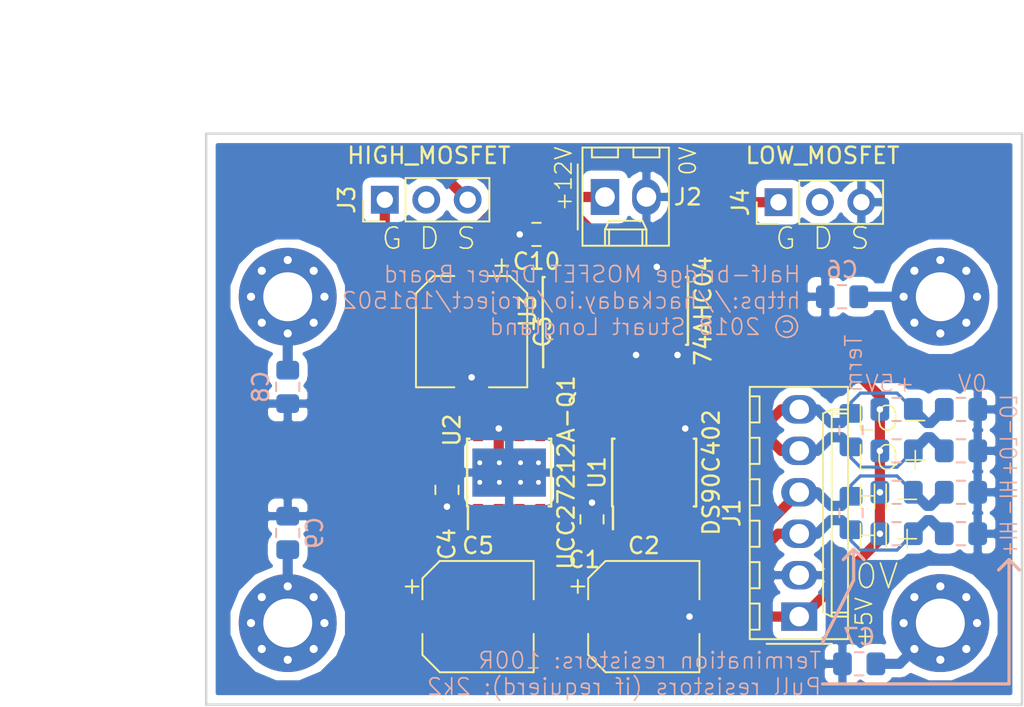
<source format=kicad_pcb>
(kicad_pcb (version 20171130) (host pcbnew 5.0.0)

  (general
    (thickness 1.6)
    (drawings 29)
    (tracks 197)
    (zones 0)
    (modules 31)
    (nets 26)
  )

  (page A4)
  (layers
    (0 F.Cu signal)
    (31 B.Cu signal)
    (32 B.Adhes user)
    (33 F.Adhes user)
    (34 B.Paste user)
    (35 F.Paste user)
    (36 B.SilkS user)
    (37 F.SilkS user)
    (38 B.Mask user)
    (39 F.Mask user)
    (40 Dwgs.User user)
    (41 Cmts.User user)
    (42 Eco1.User user)
    (43 Eco2.User user)
    (44 Edge.Cuts user)
    (45 Margin user)
    (46 B.CrtYd user)
    (47 F.CrtYd user)
    (48 B.Fab user)
    (49 F.Fab user)
  )

  (setup
    (last_trace_width 0.625)
    (user_trace_width 0.2)
    (trace_clearance 0.2)
    (zone_clearance 0.508)
    (zone_45_only no)
    (trace_min 0.2)
    (segment_width 0.2)
    (edge_width 0.15)
    (via_size 0.8)
    (via_drill 0.4)
    (via_min_size 0.4)
    (via_min_drill 0.3)
    (uvia_size 0.3)
    (uvia_drill 0.1)
    (uvias_allowed no)
    (uvia_min_size 0.2)
    (uvia_min_drill 0.1)
    (pcb_text_width 0.3)
    (pcb_text_size 1.5 1.5)
    (mod_edge_width 0.15)
    (mod_text_size 1 1)
    (mod_text_width 0.15)
    (pad_size 1.524 1.524)
    (pad_drill 0.762)
    (pad_to_mask_clearance 0.2)
    (aux_axis_origin 0 0)
    (grid_origin 154.4 99.8)
    (visible_elements FFFFFF7F)
    (pcbplotparams
      (layerselection 0x010fc_ffffffff)
      (usegerberextensions false)
      (usegerberattributes false)
      (usegerberadvancedattributes false)
      (creategerberjobfile false)
      (excludeedgelayer true)
      (linewidth 0.100000)
      (plotframeref false)
      (viasonmask false)
      (mode 1)
      (useauxorigin false)
      (hpglpennumber 1)
      (hpglpenspeed 20)
      (hpglpendiameter 15.000000)
      (psnegative false)
      (psa4output false)
      (plotreference true)
      (plotvalue true)
      (plotinvisibletext false)
      (padsonsilk false)
      (subtractmaskfromsilk false)
      (outputformat 1)
      (mirror false)
      (drillshape 1)
      (scaleselection 1)
      (outputdirectory ""))
  )

  (net 0 "")
  (net 1 +5V)
  (net 2 GND)
  (net 3 +12V)
  (net 4 "Net-(C5-Pad1)")
  (net 5 /HI+)
  (net 6 /HI-)
  (net 7 /LO+)
  (net 8 /LO-)
  (net 9 "Net-(J3-Pad2)")
  (net 10 "Net-(J4-Pad2)")
  (net 11 /HI_GATE)
  (net 12 /HI_SRC)
  (net 13 /LO_GATE)
  (net 14 "Net-(C9-Pad1)")
  (net 15 "Net-(C8-Pad1)")
  (net 16 "Net-(C7-Pad1)")
  (net 17 "Net-(C6-Pad1)")
  (net 18 "Net-(U2-Pad5)")
  (net 19 "Net-(U2-Pad6)")
  (net 20 /~HI~)
  (net 21 /~LO~)
  (net 22 "Net-(U3-Pad6)")
  (net 23 "Net-(U3-Pad8)")
  (net 24 "Net-(U3-Pad10)")
  (net 25 "Net-(U3-Pad12)")

  (net_class Default "This is the default net class."
    (clearance 0.2)
    (trace_width 0.625)
    (via_dia 0.8)
    (via_drill 0.4)
    (uvia_dia 0.3)
    (uvia_drill 0.1)
    (diff_pair_gap 0.25)
    (diff_pair_width 0.625)
    (add_net +12V)
    (add_net +5V)
    (add_net /HI+)
    (add_net /HI-)
    (add_net /HI_GATE)
    (add_net /HI_SRC)
    (add_net /LO+)
    (add_net /LO-)
    (add_net /LO_GATE)
    (add_net /~HI~)
    (add_net /~LO~)
    (add_net GND)
    (add_net "Net-(C5-Pad1)")
    (add_net "Net-(C6-Pad1)")
    (add_net "Net-(C7-Pad1)")
    (add_net "Net-(C8-Pad1)")
    (add_net "Net-(C9-Pad1)")
    (add_net "Net-(J3-Pad2)")
    (add_net "Net-(J4-Pad2)")
    (add_net "Net-(U2-Pad5)")
    (add_net "Net-(U2-Pad6)")
    (add_net "Net-(U3-Pad10)")
    (add_net "Net-(U3-Pad12)")
    (add_net "Net-(U3-Pad6)")
    (add_net "Net-(U3-Pad8)")
  )

  (module Capacitor_SMD:C_0805_2012Metric_Pad1.15x1.40mm_HandSolder (layer F.Cu) (tedit 5B36C52B) (tstamp 5C6F199C)
    (at 153.375 93.84 180)
    (descr "Capacitor SMD 0805 (2012 Metric), square (rectangular) end terminal, IPC_7351 nominal with elongated pad for handsoldering. (Body size source: https://docs.google.com/spreadsheets/d/1BsfQQcO9C6DZCsRaXUlFlo91Tg2WpOkGARC1WS5S8t0/edit?usp=sharing), generated with kicad-footprint-generator")
    (tags "capacitor handsolder")
    (path /5C969031)
    (attr smd)
    (fp_text reference C10 (at 0 -1.65 180) (layer F.SilkS)
      (effects (font (size 1 1) (thickness 0.15)))
    )
    (fp_text value 100n (at 0 1.65 180) (layer F.Fab)
      (effects (font (size 1 1) (thickness 0.15)))
    )
    (fp_line (start -1 0.6) (end -1 -0.6) (layer F.Fab) (width 0.1))
    (fp_line (start -1 -0.6) (end 1 -0.6) (layer F.Fab) (width 0.1))
    (fp_line (start 1 -0.6) (end 1 0.6) (layer F.Fab) (width 0.1))
    (fp_line (start 1 0.6) (end -1 0.6) (layer F.Fab) (width 0.1))
    (fp_line (start -0.261252 -0.71) (end 0.261252 -0.71) (layer F.SilkS) (width 0.12))
    (fp_line (start -0.261252 0.71) (end 0.261252 0.71) (layer F.SilkS) (width 0.12))
    (fp_line (start -1.85 0.95) (end -1.85 -0.95) (layer F.CrtYd) (width 0.05))
    (fp_line (start -1.85 -0.95) (end 1.85 -0.95) (layer F.CrtYd) (width 0.05))
    (fp_line (start 1.85 -0.95) (end 1.85 0.95) (layer F.CrtYd) (width 0.05))
    (fp_line (start 1.85 0.95) (end -1.85 0.95) (layer F.CrtYd) (width 0.05))
    (fp_text user %R (at 0 0 180) (layer F.Fab)
      (effects (font (size 0.5 0.5) (thickness 0.08)))
    )
    (pad 1 smd roundrect (at -1.025 0 180) (size 1.15 1.4) (layers F.Cu F.Paste F.Mask) (roundrect_rratio 0.217391)
      (net 1 +5V))
    (pad 2 smd roundrect (at 1.025 0 180) (size 1.15 1.4) (layers F.Cu F.Paste F.Mask) (roundrect_rratio 0.217391)
      (net 2 GND))
    (model ${KISYS3DMOD}/Capacitor_SMD.3dshapes/C_0805_2012Metric.wrl
      (at (xyz 0 0 0))
      (scale (xyz 1 1 1))
      (rotate (xyz 0 0 0))
    )
  )

  (module Package_SO:SOIC-14_3.9x8.7mm_P1.27mm (layer F.Cu) (tedit 5BB1A872) (tstamp 5C6F0001)
    (at 158.21 98.53 90)
    (descr "14-Lead Plastic Small Outline (SL) - Narrow, 3.90 mm Body [SOIC] (see Microchip Packaging Specification 00000049BS.pdf)")
    (tags "SOIC 1.27")
    (path /5C9259FE)
    (attr smd)
    (fp_text reference U3 (at 0 -5.375 90) (layer F.SilkS)
      (effects (font (size 1 1) (thickness 0.15)))
    )
    (fp_text value 74AHC04 (at 0 5.375 90) (layer F.SilkS)
      (effects (font (size 1 1) (thickness 0.15)))
    )
    (fp_text user %R (at 0 0 90) (layer F.Fab)
      (effects (font (size 0.9 0.9) (thickness 0.135)))
    )
    (fp_line (start -0.95 -4.35) (end 1.95 -4.35) (layer F.Fab) (width 0.15))
    (fp_line (start 1.95 -4.35) (end 1.95 4.35) (layer F.Fab) (width 0.15))
    (fp_line (start 1.95 4.35) (end -1.95 4.35) (layer F.Fab) (width 0.15))
    (fp_line (start -1.95 4.35) (end -1.95 -3.35) (layer F.Fab) (width 0.15))
    (fp_line (start -1.95 -3.35) (end -0.95 -4.35) (layer F.Fab) (width 0.15))
    (fp_line (start -3.7 -4.65) (end -3.7 4.65) (layer F.CrtYd) (width 0.05))
    (fp_line (start 3.7 -4.65) (end 3.7 4.65) (layer F.CrtYd) (width 0.05))
    (fp_line (start -3.7 -4.65) (end 3.7 -4.65) (layer F.CrtYd) (width 0.05))
    (fp_line (start -3.7 4.65) (end 3.7 4.65) (layer F.CrtYd) (width 0.05))
    (fp_line (start -2.075 -4.45) (end -2.075 -4.425) (layer F.SilkS) (width 0.15))
    (fp_line (start 2.075 -4.45) (end 2.075 -4.335) (layer F.SilkS) (width 0.15))
    (fp_line (start 2.075 4.45) (end 2.075 4.335) (layer F.SilkS) (width 0.15))
    (fp_line (start -2.075 4.45) (end -2.075 4.335) (layer F.SilkS) (width 0.15))
    (fp_line (start -2.075 -4.45) (end 2.075 -4.45) (layer F.SilkS) (width 0.15))
    (fp_line (start -2.075 4.45) (end 2.075 4.45) (layer F.SilkS) (width 0.15))
    (fp_line (start -2.075 -4.425) (end -3.45 -4.425) (layer F.SilkS) (width 0.15))
    (pad 1 smd rect (at -2.7 -3.81 90) (size 1.5 0.6) (layers F.Cu F.Paste F.Mask)
      (net 20 /~HI~))
    (pad 2 smd rect (at -2.7 -2.54 90) (size 1.5 0.6) (layers F.Cu F.Paste F.Mask)
      (net 18 "Net-(U2-Pad5)"))
    (pad 3 smd rect (at -2.7 -1.27 90) (size 1.5 0.6) (layers F.Cu F.Paste F.Mask)
      (net 21 /~LO~))
    (pad 4 smd rect (at -2.7 0 90) (size 1.5 0.6) (layers F.Cu F.Paste F.Mask)
      (net 19 "Net-(U2-Pad6)"))
    (pad 5 smd rect (at -2.7 1.27 90) (size 1.5 0.6) (layers F.Cu F.Paste F.Mask)
      (net 2 GND))
    (pad 6 smd rect (at -2.7 2.54 90) (size 1.5 0.6) (layers F.Cu F.Paste F.Mask)
      (net 22 "Net-(U3-Pad6)"))
    (pad 7 smd rect (at -2.7 3.81 90) (size 1.5 0.6) (layers F.Cu F.Paste F.Mask)
      (net 2 GND))
    (pad 8 smd rect (at 2.7 3.81 90) (size 1.5 0.6) (layers F.Cu F.Paste F.Mask)
      (net 23 "Net-(U3-Pad8)"))
    (pad 9 smd rect (at 2.7 2.54 90) (size 1.5 0.6) (layers F.Cu F.Paste F.Mask)
      (net 2 GND))
    (pad 10 smd rect (at 2.7 1.27 90) (size 1.5 0.6) (layers F.Cu F.Paste F.Mask)
      (net 24 "Net-(U3-Pad10)"))
    (pad 11 smd rect (at 2.7 0 90) (size 1.5 0.6) (layers F.Cu F.Paste F.Mask)
      (net 1 +5V))
    (pad 12 smd rect (at 2.7 -1.27 90) (size 1.5 0.6) (layers F.Cu F.Paste F.Mask)
      (net 25 "Net-(U3-Pad12)"))
    (pad 13 smd rect (at 2.7 -2.54 90) (size 1.5 0.6) (layers F.Cu F.Paste F.Mask)
      (net 1 +5V))
    (pad 14 smd rect (at 2.7 -3.81 90) (size 1.5 0.6) (layers F.Cu F.Paste F.Mask)
      (net 1 +5V))
    (model ${KISYS3DMOD}/Package_SO.3dshapes/SOIC-14_3.9x8.7mm_P1.27mm.wrl
      (at (xyz 0 0 0))
      (scale (xyz 1 1 1))
      (rotate (xyz 0 0 0))
    )
  )

  (module Connector_PinHeader_2.54mm:PinHeader_1x03_P2.54mm_Vertical (layer F.Cu) (tedit 5BB1A294) (tstamp 5C6EDAF8)
    (at 144.080072 91.715293 90)
    (descr "Through hole straight pin header, 1x03, 2.54mm pitch, single row")
    (tags "Through hole pin header THT 1x03 2.54mm single row")
    (path /5C8B55FA)
    (fp_text reference J3 (at 0 -2.33 90) (layer F.SilkS)
      (effects (font (size 1 1) (thickness 0.15)))
    )
    (fp_text value HIGH_MOSFET (at 2.710293 2.699928 180) (layer F.SilkS)
      (effects (font (size 1 1) (thickness 0.15)))
    )
    (fp_text user %R (at 0 2.54 180) (layer F.Fab)
      (effects (font (size 1 1) (thickness 0.15)))
    )
    (fp_line (start 1.8 -1.8) (end -1.8 -1.8) (layer F.CrtYd) (width 0.05))
    (fp_line (start 1.8 6.85) (end 1.8 -1.8) (layer F.CrtYd) (width 0.05))
    (fp_line (start -1.8 6.85) (end 1.8 6.85) (layer F.CrtYd) (width 0.05))
    (fp_line (start -1.8 -1.8) (end -1.8 6.85) (layer F.CrtYd) (width 0.05))
    (fp_line (start -1.33 -1.33) (end 0 -1.33) (layer F.SilkS) (width 0.12))
    (fp_line (start -1.33 0) (end -1.33 -1.33) (layer F.SilkS) (width 0.12))
    (fp_line (start -1.33 1.27) (end 1.33 1.27) (layer F.SilkS) (width 0.12))
    (fp_line (start 1.33 1.27) (end 1.33 6.41) (layer F.SilkS) (width 0.12))
    (fp_line (start -1.33 1.27) (end -1.33 6.41) (layer F.SilkS) (width 0.12))
    (fp_line (start -1.33 6.41) (end 1.33 6.41) (layer F.SilkS) (width 0.12))
    (fp_line (start -1.27 -0.635) (end -0.635 -1.27) (layer F.Fab) (width 0.1))
    (fp_line (start -1.27 6.35) (end -1.27 -0.635) (layer F.Fab) (width 0.1))
    (fp_line (start 1.27 6.35) (end -1.27 6.35) (layer F.Fab) (width 0.1))
    (fp_line (start 1.27 -1.27) (end 1.27 6.35) (layer F.Fab) (width 0.1))
    (fp_line (start -0.635 -1.27) (end 1.27 -1.27) (layer F.Fab) (width 0.1))
    (pad 3 thru_hole oval (at 0 5.08 90) (size 1.7 1.7) (drill 1) (layers *.Cu *.Mask)
      (net 12 /HI_SRC))
    (pad 2 thru_hole oval (at 0 2.54 90) (size 1.7 1.7) (drill 1) (layers *.Cu *.Mask)
      (net 9 "Net-(J3-Pad2)"))
    (pad 1 thru_hole rect (at 0 0 90) (size 1.7 1.7) (drill 1) (layers *.Cu *.Mask)
      (net 11 /HI_GATE))
    (model ${KISYS3DMOD}/Connector_PinHeader_2.54mm.3dshapes/PinHeader_1x03_P2.54mm_Vertical.wrl
      (at (xyz 0 0 0))
      (scale (xyz 1 1 1))
      (rotate (xyz 0 0 0))
    )
  )

  (module Connector_PinHeader_2.54mm:PinHeader_1x03_P2.54mm_Vertical (layer F.Cu) (tedit 5BB1A2A2) (tstamp 5C6EDBA0)
    (at 168.210072 91.865293 90)
    (descr "Through hole straight pin header, 1x03, 2.54mm pitch, single row")
    (tags "Through hole pin header THT 1x03 2.54mm single row")
    (path /5C8BA22A)
    (fp_text reference J4 (at 0 -2.33 90) (layer F.SilkS)
      (effects (font (size 1 1) (thickness 0.15)))
    )
    (fp_text value LOW_MOSFET (at 2.860293 2.699928 180) (layer F.SilkS)
      (effects (font (size 1 1) (thickness 0.15)))
    )
    (fp_line (start -0.635 -1.27) (end 1.27 -1.27) (layer F.Fab) (width 0.1))
    (fp_line (start 1.27 -1.27) (end 1.27 6.35) (layer F.Fab) (width 0.1))
    (fp_line (start 1.27 6.35) (end -1.27 6.35) (layer F.Fab) (width 0.1))
    (fp_line (start -1.27 6.35) (end -1.27 -0.635) (layer F.Fab) (width 0.1))
    (fp_line (start -1.27 -0.635) (end -0.635 -1.27) (layer F.Fab) (width 0.1))
    (fp_line (start -1.33 6.41) (end 1.33 6.41) (layer F.SilkS) (width 0.12))
    (fp_line (start -1.33 1.27) (end -1.33 6.41) (layer F.SilkS) (width 0.12))
    (fp_line (start 1.33 1.27) (end 1.33 6.41) (layer F.SilkS) (width 0.12))
    (fp_line (start -1.33 1.27) (end 1.33 1.27) (layer F.SilkS) (width 0.12))
    (fp_line (start -1.33 0) (end -1.33 -1.33) (layer F.SilkS) (width 0.12))
    (fp_line (start -1.33 -1.33) (end 0 -1.33) (layer F.SilkS) (width 0.12))
    (fp_line (start -1.8 -1.8) (end -1.8 6.85) (layer F.CrtYd) (width 0.05))
    (fp_line (start -1.8 6.85) (end 1.8 6.85) (layer F.CrtYd) (width 0.05))
    (fp_line (start 1.8 6.85) (end 1.8 -1.8) (layer F.CrtYd) (width 0.05))
    (fp_line (start 1.8 -1.8) (end -1.8 -1.8) (layer F.CrtYd) (width 0.05))
    (fp_text user %R (at 0 2.54 180) (layer F.Fab)
      (effects (font (size 1 1) (thickness 0.15)))
    )
    (pad 1 thru_hole rect (at 0 0 90) (size 1.7 1.7) (drill 1) (layers *.Cu *.Mask)
      (net 13 /LO_GATE))
    (pad 2 thru_hole oval (at 0 2.54 90) (size 1.7 1.7) (drill 1) (layers *.Cu *.Mask)
      (net 10 "Net-(J4-Pad2)"))
    (pad 3 thru_hole oval (at 0 5.08 90) (size 1.7 1.7) (drill 1) (layers *.Cu *.Mask)
      (net 2 GND))
    (model ${KISYS3DMOD}/Connector_PinHeader_2.54mm.3dshapes/PinHeader_1x03_P2.54mm_Vertical.wrl
      (at (xyz 0 0 0))
      (scale (xyz 1 1 1))
      (rotate (xyz 0 0 0))
    )
  )

  (module MountingHole:MountingHole_3mm_Pad_Via (layer F.Cu) (tedit 5BB17DDB) (tstamp 5C622562)
    (at 178.130072 117.660293 90)
    (descr "Mounting Hole 3mm")
    (tags "mounting hole 3mm")
    (path /5C924E10)
    (attr virtual)
    (fp_text reference MH2 (at 0 -4 90) (layer F.SilkS) hide
      (effects (font (size 1 1) (thickness 0.15)))
    )
    (fp_text value MountingHole_Pad (at 0 4 90) (layer F.Fab) hide
      (effects (font (size 1 1) (thickness 0.15)))
    )
    (fp_circle (center 0 0) (end 3.25 0) (layer F.CrtYd) (width 0.05))
    (fp_circle (center 0 0) (end 3 0) (layer Cmts.User) (width 0.15))
    (fp_text user %R (at 0.3 0 90) (layer F.Fab)
      (effects (font (size 1 1) (thickness 0.15)))
    )
    (pad 1 thru_hole circle (at 1.59099 -1.59099 90) (size 0.8 0.8) (drill 0.5) (layers *.Cu *.Mask)
      (net 16 "Net-(C7-Pad1)"))
    (pad 1 thru_hole circle (at 0 -2.25 90) (size 0.8 0.8) (drill 0.5) (layers *.Cu *.Mask)
      (net 16 "Net-(C7-Pad1)"))
    (pad 1 thru_hole circle (at -1.59099 -1.59099 90) (size 0.8 0.8) (drill 0.5) (layers *.Cu *.Mask)
      (net 16 "Net-(C7-Pad1)"))
    (pad 1 thru_hole circle (at -2.25 0 90) (size 0.8 0.8) (drill 0.5) (layers *.Cu *.Mask)
      (net 16 "Net-(C7-Pad1)"))
    (pad 1 thru_hole circle (at -1.59099 1.59099 90) (size 0.8 0.8) (drill 0.5) (layers *.Cu *.Mask)
      (net 16 "Net-(C7-Pad1)"))
    (pad 1 thru_hole circle (at 0 2.25 90) (size 0.8 0.8) (drill 0.5) (layers *.Cu *.Mask)
      (net 16 "Net-(C7-Pad1)"))
    (pad 1 thru_hole circle (at 1.59099 1.59099 90) (size 0.8 0.8) (drill 0.5) (layers *.Cu *.Mask)
      (net 16 "Net-(C7-Pad1)"))
    (pad 1 thru_hole circle (at 2.25 0 90) (size 0.8 0.8) (drill 0.5) (layers *.Cu *.Mask)
      (net 16 "Net-(C7-Pad1)"))
    (pad 1 thru_hole circle (at 0 0 90) (size 6 6) (drill 3) (layers *.Cu *.Mask)
      (net 16 "Net-(C7-Pad1)"))
  )

  (module MountingHole:MountingHole_3mm_Pad_Via (layer F.Cu) (tedit 5BB17DC6) (tstamp 5C622552)
    (at 138.130072 117.660293 90)
    (descr "Mounting Hole 3mm")
    (tags "mounting hole 3mm")
    (path /5C924ECA)
    (attr virtual)
    (fp_text reference MH4 (at 0 -4 90) (layer F.SilkS) hide
      (effects (font (size 1 1) (thickness 0.15)))
    )
    (fp_text value MountingHole_Pad (at 0 4 90) (layer F.Fab) hide
      (effects (font (size 1 1) (thickness 0.15)))
    )
    (fp_text user %R (at 0.3 0 90) (layer F.Fab)
      (effects (font (size 1 1) (thickness 0.15)))
    )
    (fp_circle (center 0 0) (end 3 0) (layer Cmts.User) (width 0.15))
    (fp_circle (center 0 0) (end 3.25 0) (layer F.CrtYd) (width 0.05))
    (pad 1 thru_hole circle (at 0 0 90) (size 6 6) (drill 3) (layers *.Cu *.Mask)
      (net 14 "Net-(C9-Pad1)"))
    (pad 1 thru_hole circle (at 2.25 0 90) (size 0.8 0.8) (drill 0.5) (layers *.Cu *.Mask)
      (net 14 "Net-(C9-Pad1)"))
    (pad 1 thru_hole circle (at 1.59099 1.59099 90) (size 0.8 0.8) (drill 0.5) (layers *.Cu *.Mask)
      (net 14 "Net-(C9-Pad1)"))
    (pad 1 thru_hole circle (at 0 2.25 90) (size 0.8 0.8) (drill 0.5) (layers *.Cu *.Mask)
      (net 14 "Net-(C9-Pad1)"))
    (pad 1 thru_hole circle (at -1.59099 1.59099 90) (size 0.8 0.8) (drill 0.5) (layers *.Cu *.Mask)
      (net 14 "Net-(C9-Pad1)"))
    (pad 1 thru_hole circle (at -2.25 0 90) (size 0.8 0.8) (drill 0.5) (layers *.Cu *.Mask)
      (net 14 "Net-(C9-Pad1)"))
    (pad 1 thru_hole circle (at -1.59099 -1.59099 90) (size 0.8 0.8) (drill 0.5) (layers *.Cu *.Mask)
      (net 14 "Net-(C9-Pad1)"))
    (pad 1 thru_hole circle (at 0 -2.25 90) (size 0.8 0.8) (drill 0.5) (layers *.Cu *.Mask)
      (net 14 "Net-(C9-Pad1)"))
    (pad 1 thru_hole circle (at 1.59099 -1.59099 90) (size 0.8 0.8) (drill 0.5) (layers *.Cu *.Mask)
      (net 14 "Net-(C9-Pad1)"))
  )

  (module MountingHole:MountingHole_3mm_Pad_Via (layer F.Cu) (tedit 5BB17DD8) (tstamp 5C6EDD18)
    (at 178.130072 97.660293 90)
    (descr "Mounting Hole 3mm")
    (tags "mounting hole 3mm")
    (path /5C8FDA93)
    (attr virtual)
    (fp_text reference MH1 (at 0 -4 90) (layer F.SilkS) hide
      (effects (font (size 1 1) (thickness 0.15)))
    )
    (fp_text value MountingHole_Pad (at 0 4 90) (layer F.Fab) hide
      (effects (font (size 1 1) (thickness 0.15)))
    )
    (fp_circle (center 0 0) (end 3.25 0) (layer F.CrtYd) (width 0.05))
    (fp_circle (center 0 0) (end 3 0) (layer Cmts.User) (width 0.15))
    (fp_text user %R (at 0.3 0 90) (layer F.Fab)
      (effects (font (size 1 1) (thickness 0.15)))
    )
    (pad 1 thru_hole circle (at 1.59099 -1.59099 90) (size 0.8 0.8) (drill 0.5) (layers *.Cu *.Mask)
      (net 17 "Net-(C6-Pad1)"))
    (pad 1 thru_hole circle (at 0 -2.25 90) (size 0.8 0.8) (drill 0.5) (layers *.Cu *.Mask)
      (net 17 "Net-(C6-Pad1)"))
    (pad 1 thru_hole circle (at -1.59099 -1.59099 90) (size 0.8 0.8) (drill 0.5) (layers *.Cu *.Mask)
      (net 17 "Net-(C6-Pad1)"))
    (pad 1 thru_hole circle (at -2.25 0 90) (size 0.8 0.8) (drill 0.5) (layers *.Cu *.Mask)
      (net 17 "Net-(C6-Pad1)"))
    (pad 1 thru_hole circle (at -1.59099 1.59099 90) (size 0.8 0.8) (drill 0.5) (layers *.Cu *.Mask)
      (net 17 "Net-(C6-Pad1)"))
    (pad 1 thru_hole circle (at 0 2.25 90) (size 0.8 0.8) (drill 0.5) (layers *.Cu *.Mask)
      (net 17 "Net-(C6-Pad1)"))
    (pad 1 thru_hole circle (at 1.59099 1.59099 90) (size 0.8 0.8) (drill 0.5) (layers *.Cu *.Mask)
      (net 17 "Net-(C6-Pad1)"))
    (pad 1 thru_hole circle (at 2.25 0 90) (size 0.8 0.8) (drill 0.5) (layers *.Cu *.Mask)
      (net 17 "Net-(C6-Pad1)"))
    (pad 1 thru_hole circle (at 0 0 90) (size 6 6) (drill 3) (layers *.Cu *.Mask)
      (net 17 "Net-(C6-Pad1)"))
  )

  (module MountingHole:MountingHole_3mm_Pad_Via (layer F.Cu) (tedit 5BB17DC3) (tstamp 5C6EDE78)
    (at 138.130072 97.660293 90)
    (descr "Mounting Hole 3mm")
    (tags "mounting hole 3mm")
    (path /5C924E6E)
    (attr virtual)
    (fp_text reference MH3 (at 0 -4 90) (layer F.SilkS) hide
      (effects (font (size 1 1) (thickness 0.15)))
    )
    (fp_text value MountingHole_Pad (at 0 4 90) (layer F.Fab) hide
      (effects (font (size 1 1) (thickness 0.15)))
    )
    (fp_text user %R (at 0.3 0 90) (layer F.Fab)
      (effects (font (size 1 1) (thickness 0.15)))
    )
    (fp_circle (center 0 0) (end 3 0) (layer Cmts.User) (width 0.15))
    (fp_circle (center 0 0) (end 3.25 0) (layer F.CrtYd) (width 0.05))
    (pad 1 thru_hole circle (at 0 0 90) (size 6 6) (drill 3) (layers *.Cu *.Mask)
      (net 15 "Net-(C8-Pad1)"))
    (pad 1 thru_hole circle (at 2.25 0 90) (size 0.8 0.8) (drill 0.5) (layers *.Cu *.Mask)
      (net 15 "Net-(C8-Pad1)"))
    (pad 1 thru_hole circle (at 1.59099 1.59099 90) (size 0.8 0.8) (drill 0.5) (layers *.Cu *.Mask)
      (net 15 "Net-(C8-Pad1)"))
    (pad 1 thru_hole circle (at 0 2.25 90) (size 0.8 0.8) (drill 0.5) (layers *.Cu *.Mask)
      (net 15 "Net-(C8-Pad1)"))
    (pad 1 thru_hole circle (at -1.59099 1.59099 90) (size 0.8 0.8) (drill 0.5) (layers *.Cu *.Mask)
      (net 15 "Net-(C8-Pad1)"))
    (pad 1 thru_hole circle (at -2.25 0 90) (size 0.8 0.8) (drill 0.5) (layers *.Cu *.Mask)
      (net 15 "Net-(C8-Pad1)"))
    (pad 1 thru_hole circle (at -1.59099 -1.59099 90) (size 0.8 0.8) (drill 0.5) (layers *.Cu *.Mask)
      (net 15 "Net-(C8-Pad1)"))
    (pad 1 thru_hole circle (at 0 -2.25 90) (size 0.8 0.8) (drill 0.5) (layers *.Cu *.Mask)
      (net 15 "Net-(C8-Pad1)"))
    (pad 1 thru_hole circle (at 1.59099 -1.59099 90) (size 0.8 0.8) (drill 0.5) (layers *.Cu *.Mask)
      (net 15 "Net-(C8-Pad1)"))
  )

  (module Capacitor_SMD:C_0805_2012Metric_Pad1.15x1.40mm_HandSolder (layer B.Cu) (tedit 5B36C52B) (tstamp 5C61940C)
    (at 172.105072 97.660293 180)
    (descr "Capacitor SMD 0805 (2012 Metric), square (rectangular) end terminal, IPC_7351 nominal with elongated pad for handsoldering. (Body size source: https://docs.google.com/spreadsheets/d/1BsfQQcO9C6DZCsRaXUlFlo91Tg2WpOkGARC1WS5S8t0/edit?usp=sharing), generated with kicad-footprint-generator")
    (tags "capacitor handsolder")
    (path /5C8FDD67)
    (attr smd)
    (fp_text reference C6 (at 0 1.65 180) (layer B.SilkS)
      (effects (font (size 1 1) (thickness 0.15)) (justify mirror))
    )
    (fp_text value 100p (at 0 -1.65 180) (layer B.Fab)
      (effects (font (size 1 1) (thickness 0.15)) (justify mirror))
    )
    (fp_text user %R (at 0 0 180) (layer B.Fab)
      (effects (font (size 0.5 0.5) (thickness 0.08)) (justify mirror))
    )
    (fp_line (start 1.85 -0.95) (end -1.85 -0.95) (layer B.CrtYd) (width 0.05))
    (fp_line (start 1.85 0.95) (end 1.85 -0.95) (layer B.CrtYd) (width 0.05))
    (fp_line (start -1.85 0.95) (end 1.85 0.95) (layer B.CrtYd) (width 0.05))
    (fp_line (start -1.85 -0.95) (end -1.85 0.95) (layer B.CrtYd) (width 0.05))
    (fp_line (start -0.261252 -0.71) (end 0.261252 -0.71) (layer B.SilkS) (width 0.12))
    (fp_line (start -0.261252 0.71) (end 0.261252 0.71) (layer B.SilkS) (width 0.12))
    (fp_line (start 1 -0.6) (end -1 -0.6) (layer B.Fab) (width 0.1))
    (fp_line (start 1 0.6) (end 1 -0.6) (layer B.Fab) (width 0.1))
    (fp_line (start -1 0.6) (end 1 0.6) (layer B.Fab) (width 0.1))
    (fp_line (start -1 -0.6) (end -1 0.6) (layer B.Fab) (width 0.1))
    (pad 2 smd roundrect (at 1.025 0 180) (size 1.15 1.4) (layers B.Cu B.Paste B.Mask) (roundrect_rratio 0.217391)
      (net 2 GND))
    (pad 1 smd roundrect (at -1.025 0 180) (size 1.15 1.4) (layers B.Cu B.Paste B.Mask) (roundrect_rratio 0.217391)
      (net 17 "Net-(C6-Pad1)"))
    (model ${KISYS3DMOD}/Capacitor_SMD.3dshapes/C_0805_2012Metric.wrl
      (at (xyz 0 0 0))
      (scale (xyz 1 1 1))
      (rotate (xyz 0 0 0))
    )
  )

  (module Capacitor_SMD:C_0805_2012Metric_Pad1.15x1.40mm_HandSolder (layer B.Cu) (tedit 5B36C52B) (tstamp 5C6193FB)
    (at 173.155072 120.160293 180)
    (descr "Capacitor SMD 0805 (2012 Metric), square (rectangular) end terminal, IPC_7351 nominal with elongated pad for handsoldering. (Body size source: https://docs.google.com/spreadsheets/d/1BsfQQcO9C6DZCsRaXUlFlo91Tg2WpOkGARC1WS5S8t0/edit?usp=sharing), generated with kicad-footprint-generator")
    (tags "capacitor handsolder")
    (path /5C9011CF)
    (attr smd)
    (fp_text reference C7 (at 0 1.65 180) (layer B.SilkS)
      (effects (font (size 1 1) (thickness 0.15)) (justify mirror))
    )
    (fp_text value 100p (at 0 -1.65 180) (layer B.Fab)
      (effects (font (size 1 1) (thickness 0.15)) (justify mirror))
    )
    (fp_line (start -1 -0.6) (end -1 0.6) (layer B.Fab) (width 0.1))
    (fp_line (start -1 0.6) (end 1 0.6) (layer B.Fab) (width 0.1))
    (fp_line (start 1 0.6) (end 1 -0.6) (layer B.Fab) (width 0.1))
    (fp_line (start 1 -0.6) (end -1 -0.6) (layer B.Fab) (width 0.1))
    (fp_line (start -0.261252 0.71) (end 0.261252 0.71) (layer B.SilkS) (width 0.12))
    (fp_line (start -0.261252 -0.71) (end 0.261252 -0.71) (layer B.SilkS) (width 0.12))
    (fp_line (start -1.85 -0.95) (end -1.85 0.95) (layer B.CrtYd) (width 0.05))
    (fp_line (start -1.85 0.95) (end 1.85 0.95) (layer B.CrtYd) (width 0.05))
    (fp_line (start 1.85 0.95) (end 1.85 -0.95) (layer B.CrtYd) (width 0.05))
    (fp_line (start 1.85 -0.95) (end -1.85 -0.95) (layer B.CrtYd) (width 0.05))
    (fp_text user %R (at 0 0 180) (layer B.Fab)
      (effects (font (size 0.5 0.5) (thickness 0.08)) (justify mirror))
    )
    (pad 1 smd roundrect (at -1.025 0 180) (size 1.15 1.4) (layers B.Cu B.Paste B.Mask) (roundrect_rratio 0.217391)
      (net 16 "Net-(C7-Pad1)"))
    (pad 2 smd roundrect (at 1.025 0 180) (size 1.15 1.4) (layers B.Cu B.Paste B.Mask) (roundrect_rratio 0.217391)
      (net 2 GND))
    (model ${KISYS3DMOD}/Capacitor_SMD.3dshapes/C_0805_2012Metric.wrl
      (at (xyz 0 0 0))
      (scale (xyz 1 1 1))
      (rotate (xyz 0 0 0))
    )
  )

  (module Capacitor_SMD:C_0805_2012Metric_Pad1.15x1.40mm_HandSolder (layer B.Cu) (tedit 5B36C52B) (tstamp 5C6EC228)
    (at 138.130072 103.185293 270)
    (descr "Capacitor SMD 0805 (2012 Metric), square (rectangular) end terminal, IPC_7351 nominal with elongated pad for handsoldering. (Body size source: https://docs.google.com/spreadsheets/d/1BsfQQcO9C6DZCsRaXUlFlo91Tg2WpOkGARC1WS5S8t0/edit?usp=sharing), generated with kicad-footprint-generator")
    (tags "capacitor handsolder")
    (path /5C901221)
    (attr smd)
    (fp_text reference C8 (at 0 1.65 270) (layer B.SilkS)
      (effects (font (size 1 1) (thickness 0.15)) (justify mirror))
    )
    (fp_text value 100p (at 0 -1.65 270) (layer B.Fab)
      (effects (font (size 1 1) (thickness 0.15)) (justify mirror))
    )
    (fp_text user %R (at 0 0 270) (layer B.Fab)
      (effects (font (size 0.5 0.5) (thickness 0.08)) (justify mirror))
    )
    (fp_line (start 1.85 -0.95) (end -1.85 -0.95) (layer B.CrtYd) (width 0.05))
    (fp_line (start 1.85 0.95) (end 1.85 -0.95) (layer B.CrtYd) (width 0.05))
    (fp_line (start -1.85 0.95) (end 1.85 0.95) (layer B.CrtYd) (width 0.05))
    (fp_line (start -1.85 -0.95) (end -1.85 0.95) (layer B.CrtYd) (width 0.05))
    (fp_line (start -0.261252 -0.71) (end 0.261252 -0.71) (layer B.SilkS) (width 0.12))
    (fp_line (start -0.261252 0.71) (end 0.261252 0.71) (layer B.SilkS) (width 0.12))
    (fp_line (start 1 -0.6) (end -1 -0.6) (layer B.Fab) (width 0.1))
    (fp_line (start 1 0.6) (end 1 -0.6) (layer B.Fab) (width 0.1))
    (fp_line (start -1 0.6) (end 1 0.6) (layer B.Fab) (width 0.1))
    (fp_line (start -1 -0.6) (end -1 0.6) (layer B.Fab) (width 0.1))
    (pad 2 smd roundrect (at 1.025 0 270) (size 1.15 1.4) (layers B.Cu B.Paste B.Mask) (roundrect_rratio 0.217391)
      (net 2 GND))
    (pad 1 smd roundrect (at -1.025 0 270) (size 1.15 1.4) (layers B.Cu B.Paste B.Mask) (roundrect_rratio 0.217391)
      (net 15 "Net-(C8-Pad1)"))
    (model ${KISYS3DMOD}/Capacitor_SMD.3dshapes/C_0805_2012Metric.wrl
      (at (xyz 0 0 0))
      (scale (xyz 1 1 1))
      (rotate (xyz 0 0 0))
    )
  )

  (module Capacitor_SMD:C_0805_2012Metric_Pad1.15x1.40mm_HandSolder (layer B.Cu) (tedit 5B36C52B) (tstamp 5C6193D9)
    (at 138.130072 112.135293 90)
    (descr "Capacitor SMD 0805 (2012 Metric), square (rectangular) end terminal, IPC_7351 nominal with elongated pad for handsoldering. (Body size source: https://docs.google.com/spreadsheets/d/1BsfQQcO9C6DZCsRaXUlFlo91Tg2WpOkGARC1WS5S8t0/edit?usp=sharing), generated with kicad-footprint-generator")
    (tags "capacitor handsolder")
    (path /5C901275)
    (attr smd)
    (fp_text reference C9 (at 0 1.65 90) (layer B.SilkS)
      (effects (font (size 1 1) (thickness 0.15)) (justify mirror))
    )
    (fp_text value 100p (at 0 -1.65 90) (layer B.Fab)
      (effects (font (size 1 1) (thickness 0.15)) (justify mirror))
    )
    (fp_line (start -1 -0.6) (end -1 0.6) (layer B.Fab) (width 0.1))
    (fp_line (start -1 0.6) (end 1 0.6) (layer B.Fab) (width 0.1))
    (fp_line (start 1 0.6) (end 1 -0.6) (layer B.Fab) (width 0.1))
    (fp_line (start 1 -0.6) (end -1 -0.6) (layer B.Fab) (width 0.1))
    (fp_line (start -0.261252 0.71) (end 0.261252 0.71) (layer B.SilkS) (width 0.12))
    (fp_line (start -0.261252 -0.71) (end 0.261252 -0.71) (layer B.SilkS) (width 0.12))
    (fp_line (start -1.85 -0.95) (end -1.85 0.95) (layer B.CrtYd) (width 0.05))
    (fp_line (start -1.85 0.95) (end 1.85 0.95) (layer B.CrtYd) (width 0.05))
    (fp_line (start 1.85 0.95) (end 1.85 -0.95) (layer B.CrtYd) (width 0.05))
    (fp_line (start 1.85 -0.95) (end -1.85 -0.95) (layer B.CrtYd) (width 0.05))
    (fp_text user %R (at 0 0 90) (layer B.Fab)
      (effects (font (size 0.5 0.5) (thickness 0.08)) (justify mirror))
    )
    (pad 1 smd roundrect (at -1.025 0 90) (size 1.15 1.4) (layers B.Cu B.Paste B.Mask) (roundrect_rratio 0.217391)
      (net 14 "Net-(C9-Pad1)"))
    (pad 2 smd roundrect (at 1.025 0 90) (size 1.15 1.4) (layers B.Cu B.Paste B.Mask) (roundrect_rratio 0.217391)
      (net 2 GND))
    (model ${KISYS3DMOD}/Capacitor_SMD.3dshapes/C_0805_2012Metric.wrl
      (at (xyz 0 0 0))
      (scale (xyz 1 1 1))
      (rotate (xyz 0 0 0))
    )
  )

  (module Package_SO:SOIC-8_3.9x4.9mm_P1.27mm (layer F.Cu) (tedit 5BB1A348) (tstamp 5C6F1D4F)
    (at 160.590072 108.435293 90)
    (descr "8-Lead Plastic Small Outline (SN) - Narrow, 3.90 mm Body [SOIC] (see Microchip Packaging Specification 00000049BS.pdf)")
    (tags "SOIC 1.27")
    (path /5C8836E0)
    (attr smd)
    (fp_text reference U1 (at 0 -3.5 90) (layer F.SilkS)
      (effects (font (size 1 1) (thickness 0.15)))
    )
    (fp_text value DS90C402 (at 0 3.5 90) (layer F.SilkS)
      (effects (font (size 1 1) (thickness 0.15)))
    )
    (fp_text user %R (at 0 0 90) (layer F.Fab)
      (effects (font (size 1 1) (thickness 0.15)))
    )
    (fp_line (start -0.95 -2.45) (end 1.95 -2.45) (layer F.Fab) (width 0.1))
    (fp_line (start 1.95 -2.45) (end 1.95 2.45) (layer F.Fab) (width 0.1))
    (fp_line (start 1.95 2.45) (end -1.95 2.45) (layer F.Fab) (width 0.1))
    (fp_line (start -1.95 2.45) (end -1.95 -1.45) (layer F.Fab) (width 0.1))
    (fp_line (start -1.95 -1.45) (end -0.95 -2.45) (layer F.Fab) (width 0.1))
    (fp_line (start -3.73 -2.7) (end -3.73 2.7) (layer F.CrtYd) (width 0.05))
    (fp_line (start 3.73 -2.7) (end 3.73 2.7) (layer F.CrtYd) (width 0.05))
    (fp_line (start -3.73 -2.7) (end 3.73 -2.7) (layer F.CrtYd) (width 0.05))
    (fp_line (start -3.73 2.7) (end 3.73 2.7) (layer F.CrtYd) (width 0.05))
    (fp_line (start -2.075 -2.575) (end -2.075 -2.525) (layer F.SilkS) (width 0.15))
    (fp_line (start 2.075 -2.575) (end 2.075 -2.43) (layer F.SilkS) (width 0.15))
    (fp_line (start 2.075 2.575) (end 2.075 2.43) (layer F.SilkS) (width 0.15))
    (fp_line (start -2.075 2.575) (end -2.075 2.43) (layer F.SilkS) (width 0.15))
    (fp_line (start -2.075 -2.575) (end 2.075 -2.575) (layer F.SilkS) (width 0.15))
    (fp_line (start -2.075 2.575) (end 2.075 2.575) (layer F.SilkS) (width 0.15))
    (fp_line (start -2.075 -2.525) (end -3.475 -2.525) (layer F.SilkS) (width 0.15))
    (pad 1 smd rect (at -2.7 -1.905 90) (size 1.55 0.6) (layers F.Cu F.Paste F.Mask)
      (net 1 +5V))
    (pad 2 smd rect (at -2.7 -0.635 90) (size 1.55 0.6) (layers F.Cu F.Paste F.Mask)
      (net 20 /~HI~))
    (pad 3 smd rect (at -2.7 0.635 90) (size 1.55 0.6) (layers F.Cu F.Paste F.Mask)
      (net 5 /HI+))
    (pad 4 smd rect (at -2.7 1.905 90) (size 1.55 0.6) (layers F.Cu F.Paste F.Mask)
      (net 6 /HI-))
    (pad 5 smd rect (at 2.7 1.905 90) (size 1.55 0.6) (layers F.Cu F.Paste F.Mask)
      (net 2 GND))
    (pad 6 smd rect (at 2.7 0.635 90) (size 1.55 0.6) (layers F.Cu F.Paste F.Mask)
      (net 21 /~LO~))
    (pad 7 smd rect (at 2.7 -0.635 90) (size 1.55 0.6) (layers F.Cu F.Paste F.Mask)
      (net 7 /LO+))
    (pad 8 smd rect (at 2.7 -1.905 90) (size 1.55 0.6) (layers F.Cu F.Paste F.Mask)
      (net 8 /LO-))
    (model ${KISYS3DMOD}/Package_SO.3dshapes/SOIC-8_3.9x4.9mm_P1.27mm.wrl
      (at (xyz 0 0 0))
      (scale (xyz 1 1 1))
      (rotate (xyz 0 0 0))
    )
  )

  (module Connector_Molex:Molex_KK-254_AE-6410-02A_1x02_P2.54mm_Vertical (layer F.Cu) (tedit 5A15A247) (tstamp 5C6ED865)
    (at 157.575 91.545)
    (descr "Molex KK-254 Interconnect System, old/engineering part number: AE-6410-02A example for new part number: 22-27-2021, 2 Pins (http://www.molex.com/pdm_docs/sd/022272021_sd.pdf), generated with kicad-footprint-generator")
    (tags "connector Molex KK-254 side entry")
    (path /5C8CF1BA)
    (fp_text reference J2 (at 5.08 0) (layer F.SilkS)
      (effects (font (size 1 1) (thickness 0.15)))
    )
    (fp_text value 12V_IN (at 1.27 4.08) (layer F.Fab)
      (effects (font (size 1 1) (thickness 0.15)))
    )
    (fp_line (start -1.27 -2.92) (end -1.27 2.88) (layer F.Fab) (width 0.1))
    (fp_line (start -1.27 2.88) (end 3.81 2.88) (layer F.Fab) (width 0.1))
    (fp_line (start 3.81 2.88) (end 3.81 -2.92) (layer F.Fab) (width 0.1))
    (fp_line (start 3.81 -2.92) (end -1.27 -2.92) (layer F.Fab) (width 0.1))
    (fp_line (start -1.38 -3.03) (end -1.38 2.99) (layer F.SilkS) (width 0.12))
    (fp_line (start -1.38 2.99) (end 3.92 2.99) (layer F.SilkS) (width 0.12))
    (fp_line (start 3.92 2.99) (end 3.92 -3.03) (layer F.SilkS) (width 0.12))
    (fp_line (start 3.92 -3.03) (end -1.38 -3.03) (layer F.SilkS) (width 0.12))
    (fp_line (start -1.67 -2) (end -1.67 2) (layer F.SilkS) (width 0.12))
    (fp_line (start -1.27 -0.5) (end -0.562893 0) (layer F.Fab) (width 0.1))
    (fp_line (start -0.562893 0) (end -1.27 0.5) (layer F.Fab) (width 0.1))
    (fp_line (start 0 2.99) (end 0 1.99) (layer F.SilkS) (width 0.12))
    (fp_line (start 0 1.99) (end 2.54 1.99) (layer F.SilkS) (width 0.12))
    (fp_line (start 2.54 1.99) (end 2.54 2.99) (layer F.SilkS) (width 0.12))
    (fp_line (start 0 1.99) (end 0.25 1.46) (layer F.SilkS) (width 0.12))
    (fp_line (start 0.25 1.46) (end 2.29 1.46) (layer F.SilkS) (width 0.12))
    (fp_line (start 2.29 1.46) (end 2.54 1.99) (layer F.SilkS) (width 0.12))
    (fp_line (start 0.25 2.99) (end 0.25 1.99) (layer F.SilkS) (width 0.12))
    (fp_line (start 2.29 2.99) (end 2.29 1.99) (layer F.SilkS) (width 0.12))
    (fp_line (start -0.8 -3.03) (end -0.8 -2.43) (layer F.SilkS) (width 0.12))
    (fp_line (start -0.8 -2.43) (end 0.8 -2.43) (layer F.SilkS) (width 0.12))
    (fp_line (start 0.8 -2.43) (end 0.8 -3.03) (layer F.SilkS) (width 0.12))
    (fp_line (start 1.74 -3.03) (end 1.74 -2.43) (layer F.SilkS) (width 0.12))
    (fp_line (start 1.74 -2.43) (end 3.34 -2.43) (layer F.SilkS) (width 0.12))
    (fp_line (start 3.34 -2.43) (end 3.34 -3.03) (layer F.SilkS) (width 0.12))
    (fp_line (start -1.77 -3.42) (end -1.77 3.38) (layer F.CrtYd) (width 0.05))
    (fp_line (start -1.77 3.38) (end 4.31 3.38) (layer F.CrtYd) (width 0.05))
    (fp_line (start 4.31 3.38) (end 4.31 -3.42) (layer F.CrtYd) (width 0.05))
    (fp_line (start 4.31 -3.42) (end -1.77 -3.42) (layer F.CrtYd) (width 0.05))
    (fp_text user %R (at 1.27 -2.22) (layer F.Fab)
      (effects (font (size 1 1) (thickness 0.15)))
    )
    (pad 1 thru_hole rect (at 0 0) (size 1.74 2.2) (drill 1.2) (layers *.Cu *.Mask)
      (net 3 +12V))
    (pad 2 thru_hole oval (at 2.54 0) (size 1.74 2.2) (drill 1.2) (layers *.Cu *.Mask)
      (net 2 GND))
    (model ${KISYS3DMOD}/Connector_Molex.3dshapes/Molex_KK-254_AE-6410-02A_1x02_P2.54mm_Vertical.wrl
      (at (xyz 0 0 0))
      (scale (xyz 1 1 1))
      (rotate (xyz 0 0 0))
    )
  )

  (module Capacitor_SMD:C_0805_2012Metric_Pad1.15x1.40mm_HandSolder (layer F.Cu) (tedit 5B36C52B) (tstamp 5C6EDA77)
    (at 156.780072 111.305293 90)
    (descr "Capacitor SMD 0805 (2012 Metric), square (rectangular) end terminal, IPC_7351 nominal with elongated pad for handsoldering. (Body size source: https://docs.google.com/spreadsheets/d/1BsfQQcO9C6DZCsRaXUlFlo91Tg2WpOkGARC1WS5S8t0/edit?usp=sharing), generated with kicad-footprint-generator")
    (tags "capacitor handsolder")
    (path /5C885074)
    (attr smd)
    (fp_text reference C1 (at -2.464707 -0.475072 180) (layer F.SilkS)
      (effects (font (size 1 1) (thickness 0.15)))
    )
    (fp_text value 100n (at 5.790293 0.159928 90) (layer F.Fab)
      (effects (font (size 1 1) (thickness 0.15)))
    )
    (fp_line (start -1 0.6) (end -1 -0.6) (layer F.Fab) (width 0.1))
    (fp_line (start -1 -0.6) (end 1 -0.6) (layer F.Fab) (width 0.1))
    (fp_line (start 1 -0.6) (end 1 0.6) (layer F.Fab) (width 0.1))
    (fp_line (start 1 0.6) (end -1 0.6) (layer F.Fab) (width 0.1))
    (fp_line (start -0.261252 -0.71) (end 0.261252 -0.71) (layer F.SilkS) (width 0.12))
    (fp_line (start -0.261252 0.71) (end 0.261252 0.71) (layer F.SilkS) (width 0.12))
    (fp_line (start -1.85 0.95) (end -1.85 -0.95) (layer F.CrtYd) (width 0.05))
    (fp_line (start -1.85 -0.95) (end 1.85 -0.95) (layer F.CrtYd) (width 0.05))
    (fp_line (start 1.85 -0.95) (end 1.85 0.95) (layer F.CrtYd) (width 0.05))
    (fp_line (start 1.85 0.95) (end -1.85 0.95) (layer F.CrtYd) (width 0.05))
    (fp_text user %R (at 0 0 90) (layer F.Fab)
      (effects (font (size 0.5 0.5) (thickness 0.08)))
    )
    (pad 1 smd roundrect (at -1.025 0 90) (size 1.15 1.4) (layers F.Cu F.Paste F.Mask) (roundrect_rratio 0.217391)
      (net 1 +5V))
    (pad 2 smd roundrect (at 1.025 0 90) (size 1.15 1.4) (layers F.Cu F.Paste F.Mask) (roundrect_rratio 0.217391)
      (net 2 GND))
    (model ${KISYS3DMOD}/Capacitor_SMD.3dshapes/C_0805_2012Metric.wrl
      (at (xyz 0 0 0))
      (scale (xyz 1 1 1))
      (rotate (xyz 0 0 0))
    )
  )

  (module Capacitor_SMD:CP_Elec_6.3x9.9 (layer F.Cu) (tedit 5A841F9D) (tstamp 5C6EDC50)
    (at 159.955072 117.265293)
    (descr "SMT capacitor, aluminium electrolytic, 6.3x9.9, Panasonic C10 ")
    (tags "Capacitor Electrolytic")
    (path /5C8DDE0B)
    (attr smd)
    (fp_text reference C2 (at 0 -4.35) (layer F.SilkS)
      (effects (font (size 1 1) (thickness 0.15)))
    )
    (fp_text value 100u (at 0 4.35) (layer F.Fab)
      (effects (font (size 1 1) (thickness 0.15)))
    )
    (fp_text user %R (at 0 0) (layer F.Fab)
      (effects (font (size 1 1) (thickness 0.15)))
    )
    (fp_line (start -4.8 1.05) (end -3.55 1.05) (layer F.CrtYd) (width 0.05))
    (fp_line (start -4.8 -1.05) (end -4.8 1.05) (layer F.CrtYd) (width 0.05))
    (fp_line (start -3.55 -1.05) (end -4.8 -1.05) (layer F.CrtYd) (width 0.05))
    (fp_line (start -3.55 1.05) (end -3.55 2.4) (layer F.CrtYd) (width 0.05))
    (fp_line (start -3.55 -2.4) (end -3.55 -1.05) (layer F.CrtYd) (width 0.05))
    (fp_line (start -3.55 -2.4) (end -2.4 -3.55) (layer F.CrtYd) (width 0.05))
    (fp_line (start -3.55 2.4) (end -2.4 3.55) (layer F.CrtYd) (width 0.05))
    (fp_line (start -2.4 -3.55) (end 3.55 -3.55) (layer F.CrtYd) (width 0.05))
    (fp_line (start -2.4 3.55) (end 3.55 3.55) (layer F.CrtYd) (width 0.05))
    (fp_line (start 3.55 1.05) (end 3.55 3.55) (layer F.CrtYd) (width 0.05))
    (fp_line (start 4.8 1.05) (end 3.55 1.05) (layer F.CrtYd) (width 0.05))
    (fp_line (start 4.8 -1.05) (end 4.8 1.05) (layer F.CrtYd) (width 0.05))
    (fp_line (start 3.55 -1.05) (end 4.8 -1.05) (layer F.CrtYd) (width 0.05))
    (fp_line (start 3.55 -3.55) (end 3.55 -1.05) (layer F.CrtYd) (width 0.05))
    (fp_line (start -4.04375 -2.24125) (end -4.04375 -1.45375) (layer F.SilkS) (width 0.12))
    (fp_line (start -4.4375 -1.8475) (end -3.65 -1.8475) (layer F.SilkS) (width 0.12))
    (fp_line (start -3.41 2.345563) (end -2.345563 3.41) (layer F.SilkS) (width 0.12))
    (fp_line (start -3.41 -2.345563) (end -2.345563 -3.41) (layer F.SilkS) (width 0.12))
    (fp_line (start -3.41 -2.345563) (end -3.41 -1.06) (layer F.SilkS) (width 0.12))
    (fp_line (start -3.41 2.345563) (end -3.41 1.06) (layer F.SilkS) (width 0.12))
    (fp_line (start -2.345563 3.41) (end 3.41 3.41) (layer F.SilkS) (width 0.12))
    (fp_line (start -2.345563 -3.41) (end 3.41 -3.41) (layer F.SilkS) (width 0.12))
    (fp_line (start 3.41 -3.41) (end 3.41 -1.06) (layer F.SilkS) (width 0.12))
    (fp_line (start 3.41 3.41) (end 3.41 1.06) (layer F.SilkS) (width 0.12))
    (fp_line (start -2.389838 -1.645) (end -2.389838 -1.015) (layer F.Fab) (width 0.1))
    (fp_line (start -2.704838 -1.33) (end -2.074838 -1.33) (layer F.Fab) (width 0.1))
    (fp_line (start -3.3 2.3) (end -2.3 3.3) (layer F.Fab) (width 0.1))
    (fp_line (start -3.3 -2.3) (end -2.3 -3.3) (layer F.Fab) (width 0.1))
    (fp_line (start -3.3 -2.3) (end -3.3 2.3) (layer F.Fab) (width 0.1))
    (fp_line (start -2.3 3.3) (end 3.3 3.3) (layer F.Fab) (width 0.1))
    (fp_line (start -2.3 -3.3) (end 3.3 -3.3) (layer F.Fab) (width 0.1))
    (fp_line (start 3.3 -3.3) (end 3.3 3.3) (layer F.Fab) (width 0.1))
    (fp_circle (center 0 0) (end 3.15 0) (layer F.Fab) (width 0.1))
    (pad 2 smd rect (at 2.8 0) (size 3.5 1.6) (layers F.Cu F.Paste F.Mask)
      (net 2 GND))
    (pad 1 smd rect (at -2.8 0) (size 3.5 1.6) (layers F.Cu F.Paste F.Mask)
      (net 1 +5V))
    (model ${KISYS3DMOD}/Capacitor_SMD.3dshapes/CP_Elec_6.3x9.9.wrl
      (at (xyz 0 0 0))
      (scale (xyz 1 1 1))
      (rotate (xyz 0 0 0))
    )
  )

  (module Capacitor_SMD:CP_Elec_6.3x9.9 (layer F.Cu) (tedit 5A841F9D) (tstamp 5C6EE121)
    (at 149.4 99.8 270)
    (descr "SMT capacitor, aluminium electrolytic, 6.3x9.9, Panasonic C10 ")
    (tags "Capacitor Electrolytic")
    (path /5C8D2A8D)
    (attr smd)
    (fp_text reference C3 (at 0 -4.35 270) (layer F.SilkS)
      (effects (font (size 1 1) (thickness 0.15)))
    )
    (fp_text value 100u (at 0 2.54 270) (layer F.Fab)
      (effects (font (size 1 1) (thickness 0.15)))
    )
    (fp_circle (center 0 0) (end 3.15 0) (layer F.Fab) (width 0.1))
    (fp_line (start 3.3 -3.3) (end 3.3 3.3) (layer F.Fab) (width 0.1))
    (fp_line (start -2.3 -3.3) (end 3.3 -3.3) (layer F.Fab) (width 0.1))
    (fp_line (start -2.3 3.3) (end 3.3 3.3) (layer F.Fab) (width 0.1))
    (fp_line (start -3.3 -2.3) (end -3.3 2.3) (layer F.Fab) (width 0.1))
    (fp_line (start -3.3 -2.3) (end -2.3 -3.3) (layer F.Fab) (width 0.1))
    (fp_line (start -3.3 2.3) (end -2.3 3.3) (layer F.Fab) (width 0.1))
    (fp_line (start -2.704838 -1.33) (end -2.074838 -1.33) (layer F.Fab) (width 0.1))
    (fp_line (start -2.389838 -1.645) (end -2.389838 -1.015) (layer F.Fab) (width 0.1))
    (fp_line (start 3.41 3.41) (end 3.41 1.06) (layer F.SilkS) (width 0.12))
    (fp_line (start 3.41 -3.41) (end 3.41 -1.06) (layer F.SilkS) (width 0.12))
    (fp_line (start -2.345563 -3.41) (end 3.41 -3.41) (layer F.SilkS) (width 0.12))
    (fp_line (start -2.345563 3.41) (end 3.41 3.41) (layer F.SilkS) (width 0.12))
    (fp_line (start -3.41 2.345563) (end -3.41 1.06) (layer F.SilkS) (width 0.12))
    (fp_line (start -3.41 -2.345563) (end -3.41 -1.06) (layer F.SilkS) (width 0.12))
    (fp_line (start -3.41 -2.345563) (end -2.345563 -3.41) (layer F.SilkS) (width 0.12))
    (fp_line (start -3.41 2.345563) (end -2.345563 3.41) (layer F.SilkS) (width 0.12))
    (fp_line (start -4.4375 -1.8475) (end -3.65 -1.8475) (layer F.SilkS) (width 0.12))
    (fp_line (start -4.04375 -2.24125) (end -4.04375 -1.45375) (layer F.SilkS) (width 0.12))
    (fp_line (start 3.55 -3.55) (end 3.55 -1.05) (layer F.CrtYd) (width 0.05))
    (fp_line (start 3.55 -1.05) (end 4.8 -1.05) (layer F.CrtYd) (width 0.05))
    (fp_line (start 4.8 -1.05) (end 4.8 1.05) (layer F.CrtYd) (width 0.05))
    (fp_line (start 4.8 1.05) (end 3.55 1.05) (layer F.CrtYd) (width 0.05))
    (fp_line (start 3.55 1.05) (end 3.55 3.55) (layer F.CrtYd) (width 0.05))
    (fp_line (start -2.4 3.55) (end 3.55 3.55) (layer F.CrtYd) (width 0.05))
    (fp_line (start -2.4 -3.55) (end 3.55 -3.55) (layer F.CrtYd) (width 0.05))
    (fp_line (start -3.55 2.4) (end -2.4 3.55) (layer F.CrtYd) (width 0.05))
    (fp_line (start -3.55 -2.4) (end -2.4 -3.55) (layer F.CrtYd) (width 0.05))
    (fp_line (start -3.55 -2.4) (end -3.55 -1.05) (layer F.CrtYd) (width 0.05))
    (fp_line (start -3.55 1.05) (end -3.55 2.4) (layer F.CrtYd) (width 0.05))
    (fp_line (start -3.55 -1.05) (end -4.8 -1.05) (layer F.CrtYd) (width 0.05))
    (fp_line (start -4.8 -1.05) (end -4.8 1.05) (layer F.CrtYd) (width 0.05))
    (fp_line (start -4.8 1.05) (end -3.55 1.05) (layer F.CrtYd) (width 0.05))
    (fp_text user %R (at 0 0 270) (layer F.Fab)
      (effects (font (size 1 1) (thickness 0.15)))
    )
    (pad 1 smd rect (at -2.8 0 270) (size 3.5 1.6) (layers F.Cu F.Paste F.Mask)
      (net 3 +12V))
    (pad 2 smd rect (at 2.8 0 270) (size 3.5 1.6) (layers F.Cu F.Paste F.Mask)
      (net 2 GND))
    (model ${KISYS3DMOD}/Capacitor_SMD.3dshapes/CP_Elec_6.3x9.9.wrl
      (at (xyz 0 0 0))
      (scale (xyz 1 1 1))
      (rotate (xyz 0 0 0))
    )
  )

  (module Capacitor_SMD:C_0805_2012Metric_Pad1.15x1.40mm_HandSolder (layer F.Cu) (tedit 5B36C52B) (tstamp 5C6ED513)
    (at 147.890072 109.500293 270)
    (descr "Capacitor SMD 0805 (2012 Metric), square (rectangular) end terminal, IPC_7351 nominal with elongated pad for handsoldering. (Body size source: https://docs.google.com/spreadsheets/d/1BsfQQcO9C6DZCsRaXUlFlo91Tg2WpOkGARC1WS5S8t0/edit?usp=sharing), generated with kicad-footprint-generator")
    (tags "capacitor handsolder")
    (path /5C88501E)
    (attr smd)
    (fp_text reference C4 (at 3.32 0 270) (layer F.SilkS)
      (effects (font (size 1 1) (thickness 0.15)))
    )
    (fp_text value 100n (at 0 -3.175 270) (layer F.Fab)
      (effects (font (size 1 1) (thickness 0.15)))
    )
    (fp_text user %R (at 0 0 270) (layer F.Fab)
      (effects (font (size 0.5 0.5) (thickness 0.08)))
    )
    (fp_line (start 1.85 0.95) (end -1.85 0.95) (layer F.CrtYd) (width 0.05))
    (fp_line (start 1.85 -0.95) (end 1.85 0.95) (layer F.CrtYd) (width 0.05))
    (fp_line (start -1.85 -0.95) (end 1.85 -0.95) (layer F.CrtYd) (width 0.05))
    (fp_line (start -1.85 0.95) (end -1.85 -0.95) (layer F.CrtYd) (width 0.05))
    (fp_line (start -0.261252 0.71) (end 0.261252 0.71) (layer F.SilkS) (width 0.12))
    (fp_line (start -0.261252 -0.71) (end 0.261252 -0.71) (layer F.SilkS) (width 0.12))
    (fp_line (start 1 0.6) (end -1 0.6) (layer F.Fab) (width 0.1))
    (fp_line (start 1 -0.6) (end 1 0.6) (layer F.Fab) (width 0.1))
    (fp_line (start -1 -0.6) (end 1 -0.6) (layer F.Fab) (width 0.1))
    (fp_line (start -1 0.6) (end -1 -0.6) (layer F.Fab) (width 0.1))
    (pad 2 smd roundrect (at 1.025 0 270) (size 1.15 1.4) (layers F.Cu F.Paste F.Mask) (roundrect_rratio 0.217391)
      (net 2 GND))
    (pad 1 smd roundrect (at -1.025 0 270) (size 1.15 1.4) (layers F.Cu F.Paste F.Mask) (roundrect_rratio 0.217391)
      (net 3 +12V))
    (model ${KISYS3DMOD}/Capacitor_SMD.3dshapes/C_0805_2012Metric.wrl
      (at (xyz 0 0 0))
      (scale (xyz 1 1 1))
      (rotate (xyz 0 0 0))
    )
  )

  (module Capacitor_SMD:CP_Elec_6.3x9.9 (layer F.Cu) (tedit 5A841F9D) (tstamp 5C6EDA04)
    (at 149.795072 117.265293)
    (descr "SMT capacitor, aluminium electrolytic, 6.3x9.9, Panasonic C10 ")
    (tags "Capacitor Electrolytic")
    (path /5C883512)
    (attr smd)
    (fp_text reference C5 (at 0 -4.35) (layer F.SilkS)
      (effects (font (size 1 1) (thickness 0.15)))
    )
    (fp_text value CP (at 0 4.35) (layer F.Fab)
      (effects (font (size 1 1) (thickness 0.15)))
    )
    (fp_circle (center 0 0) (end 3.15 0) (layer F.Fab) (width 0.1))
    (fp_line (start 3.3 -3.3) (end 3.3 3.3) (layer F.Fab) (width 0.1))
    (fp_line (start -2.3 -3.3) (end 3.3 -3.3) (layer F.Fab) (width 0.1))
    (fp_line (start -2.3 3.3) (end 3.3 3.3) (layer F.Fab) (width 0.1))
    (fp_line (start -3.3 -2.3) (end -3.3 2.3) (layer F.Fab) (width 0.1))
    (fp_line (start -3.3 -2.3) (end -2.3 -3.3) (layer F.Fab) (width 0.1))
    (fp_line (start -3.3 2.3) (end -2.3 3.3) (layer F.Fab) (width 0.1))
    (fp_line (start -2.704838 -1.33) (end -2.074838 -1.33) (layer F.Fab) (width 0.1))
    (fp_line (start -2.389838 -1.645) (end -2.389838 -1.015) (layer F.Fab) (width 0.1))
    (fp_line (start 3.41 3.41) (end 3.41 1.06) (layer F.SilkS) (width 0.12))
    (fp_line (start 3.41 -3.41) (end 3.41 -1.06) (layer F.SilkS) (width 0.12))
    (fp_line (start -2.345563 -3.41) (end 3.41 -3.41) (layer F.SilkS) (width 0.12))
    (fp_line (start -2.345563 3.41) (end 3.41 3.41) (layer F.SilkS) (width 0.12))
    (fp_line (start -3.41 2.345563) (end -3.41 1.06) (layer F.SilkS) (width 0.12))
    (fp_line (start -3.41 -2.345563) (end -3.41 -1.06) (layer F.SilkS) (width 0.12))
    (fp_line (start -3.41 -2.345563) (end -2.345563 -3.41) (layer F.SilkS) (width 0.12))
    (fp_line (start -3.41 2.345563) (end -2.345563 3.41) (layer F.SilkS) (width 0.12))
    (fp_line (start -4.4375 -1.8475) (end -3.65 -1.8475) (layer F.SilkS) (width 0.12))
    (fp_line (start -4.04375 -2.24125) (end -4.04375 -1.45375) (layer F.SilkS) (width 0.12))
    (fp_line (start 3.55 -3.55) (end 3.55 -1.05) (layer F.CrtYd) (width 0.05))
    (fp_line (start 3.55 -1.05) (end 4.8 -1.05) (layer F.CrtYd) (width 0.05))
    (fp_line (start 4.8 -1.05) (end 4.8 1.05) (layer F.CrtYd) (width 0.05))
    (fp_line (start 4.8 1.05) (end 3.55 1.05) (layer F.CrtYd) (width 0.05))
    (fp_line (start 3.55 1.05) (end 3.55 3.55) (layer F.CrtYd) (width 0.05))
    (fp_line (start -2.4 3.55) (end 3.55 3.55) (layer F.CrtYd) (width 0.05))
    (fp_line (start -2.4 -3.55) (end 3.55 -3.55) (layer F.CrtYd) (width 0.05))
    (fp_line (start -3.55 2.4) (end -2.4 3.55) (layer F.CrtYd) (width 0.05))
    (fp_line (start -3.55 -2.4) (end -2.4 -3.55) (layer F.CrtYd) (width 0.05))
    (fp_line (start -3.55 -2.4) (end -3.55 -1.05) (layer F.CrtYd) (width 0.05))
    (fp_line (start -3.55 1.05) (end -3.55 2.4) (layer F.CrtYd) (width 0.05))
    (fp_line (start -3.55 -1.05) (end -4.8 -1.05) (layer F.CrtYd) (width 0.05))
    (fp_line (start -4.8 -1.05) (end -4.8 1.05) (layer F.CrtYd) (width 0.05))
    (fp_line (start -4.8 1.05) (end -3.55 1.05) (layer F.CrtYd) (width 0.05))
    (fp_text user %R (at 0 0) (layer F.Fab)
      (effects (font (size 1 1) (thickness 0.15)))
    )
    (pad 1 smd rect (at -2.8 0) (size 3.5 1.6) (layers F.Cu F.Paste F.Mask)
      (net 4 "Net-(C5-Pad1)"))
    (pad 2 smd rect (at 2.8 0) (size 3.5 1.6) (layers F.Cu F.Paste F.Mask)
      (net 12 /HI_SRC))
    (model ${KISYS3DMOD}/Capacitor_SMD.3dshapes/CP_Elec_6.3x9.9.wrl
      (at (xyz 0 0 0))
      (scale (xyz 1 1 1))
      (rotate (xyz 0 0 0))
    )
  )

  (module Connector_Molex:Molex_KK-254_AE-6410-06A_1x06_P2.54mm_Vertical (layer F.Cu) (tedit 5A15A247) (tstamp 5C6ED704)
    (at 169.480072 117.265293 90)
    (descr "Molex KK-254 Interconnect System, old/engineering part number: AE-6410-06A example for new part number: 22-27-2061, 6 Pins (http://www.molex.com/pdm_docs/sd/022272021_sd.pdf), generated with kicad-footprint-generator")
    (tags "connector Molex KK-254 side entry")
    (path /5C8E231D)
    (fp_text reference J1 (at 6.35 -4.12 90) (layer F.SilkS)
      (effects (font (size 1 1) (thickness 0.15)))
    )
    (fp_text value CTRL (at 9.845293 -2.380072 90) (layer F.Fab)
      (effects (font (size 1 1) (thickness 0.15)))
    )
    (fp_line (start -1.27 -2.92) (end -1.27 2.88) (layer F.Fab) (width 0.1))
    (fp_line (start -1.27 2.88) (end 13.97 2.88) (layer F.Fab) (width 0.1))
    (fp_line (start 13.97 2.88) (end 13.97 -2.92) (layer F.Fab) (width 0.1))
    (fp_line (start 13.97 -2.92) (end -1.27 -2.92) (layer F.Fab) (width 0.1))
    (fp_line (start -1.38 -3.03) (end -1.38 2.99) (layer F.SilkS) (width 0.12))
    (fp_line (start -1.38 2.99) (end 14.08 2.99) (layer F.SilkS) (width 0.12))
    (fp_line (start 14.08 2.99) (end 14.08 -3.03) (layer F.SilkS) (width 0.12))
    (fp_line (start 14.08 -3.03) (end -1.38 -3.03) (layer F.SilkS) (width 0.12))
    (fp_line (start -1.67 -2) (end -1.67 2) (layer F.SilkS) (width 0.12))
    (fp_line (start -1.27 -0.5) (end -0.562893 0) (layer F.Fab) (width 0.1))
    (fp_line (start -0.562893 0) (end -1.27 0.5) (layer F.Fab) (width 0.1))
    (fp_line (start 0 2.99) (end 0 1.99) (layer F.SilkS) (width 0.12))
    (fp_line (start 0 1.99) (end 12.7 1.99) (layer F.SilkS) (width 0.12))
    (fp_line (start 12.7 1.99) (end 12.7 2.99) (layer F.SilkS) (width 0.12))
    (fp_line (start 0 1.99) (end 0.25 1.46) (layer F.SilkS) (width 0.12))
    (fp_line (start 0.25 1.46) (end 12.45 1.46) (layer F.SilkS) (width 0.12))
    (fp_line (start 12.45 1.46) (end 12.7 1.99) (layer F.SilkS) (width 0.12))
    (fp_line (start 0.25 2.99) (end 0.25 1.99) (layer F.SilkS) (width 0.12))
    (fp_line (start 12.45 2.99) (end 12.45 1.99) (layer F.SilkS) (width 0.12))
    (fp_line (start -0.8 -3.03) (end -0.8 -2.43) (layer F.SilkS) (width 0.12))
    (fp_line (start -0.8 -2.43) (end 0.8 -2.43) (layer F.SilkS) (width 0.12))
    (fp_line (start 0.8 -2.43) (end 0.8 -3.03) (layer F.SilkS) (width 0.12))
    (fp_line (start 1.74 -3.03) (end 1.74 -2.43) (layer F.SilkS) (width 0.12))
    (fp_line (start 1.74 -2.43) (end 3.34 -2.43) (layer F.SilkS) (width 0.12))
    (fp_line (start 3.34 -2.43) (end 3.34 -3.03) (layer F.SilkS) (width 0.12))
    (fp_line (start 4.28 -3.03) (end 4.28 -2.43) (layer F.SilkS) (width 0.12))
    (fp_line (start 4.28 -2.43) (end 5.88 -2.43) (layer F.SilkS) (width 0.12))
    (fp_line (start 5.88 -2.43) (end 5.88 -3.03) (layer F.SilkS) (width 0.12))
    (fp_line (start 6.82 -3.03) (end 6.82 -2.43) (layer F.SilkS) (width 0.12))
    (fp_line (start 6.82 -2.43) (end 8.42 -2.43) (layer F.SilkS) (width 0.12))
    (fp_line (start 8.42 -2.43) (end 8.42 -3.03) (layer F.SilkS) (width 0.12))
    (fp_line (start 9.36 -3.03) (end 9.36 -2.43) (layer F.SilkS) (width 0.12))
    (fp_line (start 9.36 -2.43) (end 10.96 -2.43) (layer F.SilkS) (width 0.12))
    (fp_line (start 10.96 -2.43) (end 10.96 -3.03) (layer F.SilkS) (width 0.12))
    (fp_line (start 11.9 -3.03) (end 11.9 -2.43) (layer F.SilkS) (width 0.12))
    (fp_line (start 11.9 -2.43) (end 13.5 -2.43) (layer F.SilkS) (width 0.12))
    (fp_line (start 13.5 -2.43) (end 13.5 -3.03) (layer F.SilkS) (width 0.12))
    (fp_line (start -1.77 -3.42) (end -1.77 3.38) (layer F.CrtYd) (width 0.05))
    (fp_line (start -1.77 3.38) (end 14.47 3.38) (layer F.CrtYd) (width 0.05))
    (fp_line (start 14.47 3.38) (end 14.47 -3.42) (layer F.CrtYd) (width 0.05))
    (fp_line (start 14.47 -3.42) (end -1.77 -3.42) (layer F.CrtYd) (width 0.05))
    (fp_text user %R (at 6.35 -2.22 90) (layer F.Fab)
      (effects (font (size 1 1) (thickness 0.15)))
    )
    (pad 1 thru_hole rect (at 0 0 90) (size 1.74 2.2) (drill 1.2) (layers *.Cu *.Mask)
      (net 1 +5V))
    (pad 2 thru_hole oval (at 2.54 0 90) (size 1.74 2.2) (drill 1.2) (layers *.Cu *.Mask)
      (net 2 GND))
    (pad 3 thru_hole oval (at 5.08 0 90) (size 1.74 2.2) (drill 1.2) (layers *.Cu *.Mask)
      (net 5 /HI+))
    (pad 4 thru_hole oval (at 7.62 0 90) (size 1.74 2.2) (drill 1.2) (layers *.Cu *.Mask)
      (net 6 /HI-))
    (pad 5 thru_hole oval (at 10.16 0 90) (size 1.74 2.2) (drill 1.2) (layers *.Cu *.Mask)
      (net 7 /LO+))
    (pad 6 thru_hole oval (at 12.7 0 90) (size 1.74 2.2) (drill 1.2) (layers *.Cu *.Mask)
      (net 8 /LO-))
    (model ${KISYS3DMOD}/Connector_Molex.3dshapes/Molex_KK-254_AE-6410-06A_1x06_P2.54mm_Vertical.wrl
      (at (xyz 0 0 0))
      (scale (xyz 1 1 1))
      (rotate (xyz 0 0 0))
    )
  )

  (module Resistor_SMD:R_0805_2012Metric_Pad1.15x1.40mm_HandSolder (layer B.Cu) (tedit 5BB1A4DC) (tstamp 5C6EDABC)
    (at 175.449072 112.185293)
    (descr "Resistor SMD 0805 (2012 Metric), square (rectangular) end terminal, IPC_7351 nominal with elongated pad for handsoldering. (Body size source: https://docs.google.com/spreadsheets/d/1BsfQQcO9C6DZCsRaXUlFlo91Tg2WpOkGARC1WS5S8t0/edit?usp=sharing), generated with kicad-footprint-generator")
    (tags "resistor handsolder")
    (path /5C889635)
    (attr smd)
    (fp_text reference R1 (at 0 1.65) (layer B.SilkS) hide
      (effects (font (size 1 1) (thickness 0.15)) (justify mirror))
    )
    (fp_text value 2k2 (at 0 -1.65) (layer B.Fab) hide
      (effects (font (size 1 1) (thickness 0.15)) (justify mirror))
    )
    (fp_text user %R (at 0 0) (layer B.Fab)
      (effects (font (size 0.5 0.5) (thickness 0.08)) (justify mirror))
    )
    (fp_line (start 1.85 -0.95) (end -1.85 -0.95) (layer B.CrtYd) (width 0.05))
    (fp_line (start 1.85 0.95) (end 1.85 -0.95) (layer B.CrtYd) (width 0.05))
    (fp_line (start -1.85 0.95) (end 1.85 0.95) (layer B.CrtYd) (width 0.05))
    (fp_line (start -1.85 -0.95) (end -1.85 0.95) (layer B.CrtYd) (width 0.05))
    (fp_line (start -0.261252 -0.71) (end 0.261252 -0.71) (layer B.SilkS) (width 0.12))
    (fp_line (start -0.261252 0.71) (end 0.261252 0.71) (layer B.SilkS) (width 0.12))
    (fp_line (start 1 -0.6) (end -1 -0.6) (layer B.Fab) (width 0.1))
    (fp_line (start 1 0.6) (end 1 -0.6) (layer B.Fab) (width 0.1))
    (fp_line (start -1 0.6) (end 1 0.6) (layer B.Fab) (width 0.1))
    (fp_line (start -1 -0.6) (end -1 0.6) (layer B.Fab) (width 0.1))
    (pad 2 smd roundrect (at 1.025 0) (size 1.15 1.4) (layers B.Cu B.Paste B.Mask) (roundrect_rratio 0.217391)
      (net 5 /HI+))
    (pad 1 smd roundrect (at -1.025 0) (size 1.15 1.4) (layers B.Cu B.Paste B.Mask) (roundrect_rratio 0.217391)
      (net 1 +5V))
    (model ${KISYS3DMOD}/Resistor_SMD.3dshapes/R_0805_2012Metric.wrl
      (at (xyz 0 0 0))
      (scale (xyz 1 1 1))
      (rotate (xyz 0 0 0))
    )
  )

  (module Resistor_SMD:R_0805_2012Metric_Pad1.15x1.40mm_HandSolder (layer B.Cu) (tedit 5BB1A4FF) (tstamp 5C6ED5A9)
    (at 179.395072 112.185293)
    (descr "Resistor SMD 0805 (2012 Metric), square (rectangular) end terminal, IPC_7351 nominal with elongated pad for handsoldering. (Body size source: https://docs.google.com/spreadsheets/d/1BsfQQcO9C6DZCsRaXUlFlo91Tg2WpOkGARC1WS5S8t0/edit?usp=sharing), generated with kicad-footprint-generator")
    (tags "resistor handsolder")
    (path /5C8894EA)
    (attr smd)
    (fp_text reference R2 (at 0 1.65) (layer B.SilkS) hide
      (effects (font (size 1 1) (thickness 0.15)) (justify mirror))
    )
    (fp_text value 2k2 (at 0 -1.65) (layer B.Fab) hide
      (effects (font (size 1 1) (thickness 0.15)) (justify mirror))
    )
    (fp_text user %R (at 0 0) (layer B.Fab)
      (effects (font (size 0.5 0.5) (thickness 0.08)) (justify mirror))
    )
    (fp_line (start 1.85 -0.95) (end -1.85 -0.95) (layer B.CrtYd) (width 0.05))
    (fp_line (start 1.85 0.95) (end 1.85 -0.95) (layer B.CrtYd) (width 0.05))
    (fp_line (start -1.85 0.95) (end 1.85 0.95) (layer B.CrtYd) (width 0.05))
    (fp_line (start -1.85 -0.95) (end -1.85 0.95) (layer B.CrtYd) (width 0.05))
    (fp_line (start -0.261252 -0.71) (end 0.261252 -0.71) (layer B.SilkS) (width 0.12))
    (fp_line (start -0.261252 0.71) (end 0.261252 0.71) (layer B.SilkS) (width 0.12))
    (fp_line (start 1 -0.6) (end -1 -0.6) (layer B.Fab) (width 0.1))
    (fp_line (start 1 0.6) (end 1 -0.6) (layer B.Fab) (width 0.1))
    (fp_line (start -1 0.6) (end 1 0.6) (layer B.Fab) (width 0.1))
    (fp_line (start -1 -0.6) (end -1 0.6) (layer B.Fab) (width 0.1))
    (pad 2 smd roundrect (at 1.025 0) (size 1.15 1.4) (layers B.Cu B.Paste B.Mask) (roundrect_rratio 0.217391)
      (net 2 GND))
    (pad 1 smd roundrect (at -1.025 0) (size 1.15 1.4) (layers B.Cu B.Paste B.Mask) (roundrect_rratio 0.217391)
      (net 5 /HI+))
    (model ${KISYS3DMOD}/Resistor_SMD.3dshapes/R_0805_2012Metric.wrl
      (at (xyz 0 0 0))
      (scale (xyz 1 1 1))
      (rotate (xyz 0 0 0))
    )
  )

  (module Resistor_SMD:R_0805_2012Metric_Pad1.15x1.40mm_HandSolder (layer B.Cu) (tedit 5BB1A4D9) (tstamp 5C6ED9BA)
    (at 175.449072 109.645293)
    (descr "Resistor SMD 0805 (2012 Metric), square (rectangular) end terminal, IPC_7351 nominal with elongated pad for handsoldering. (Body size source: https://docs.google.com/spreadsheets/d/1BsfQQcO9C6DZCsRaXUlFlo91Tg2WpOkGARC1WS5S8t0/edit?usp=sharing), generated with kicad-footprint-generator")
    (tags "resistor handsolder")
    (path /5C88962F)
    (attr smd)
    (fp_text reference R3 (at 0 1.65) (layer B.SilkS) hide
      (effects (font (size 1 1) (thickness 0.15)) (justify mirror))
    )
    (fp_text value 2k2 (at 0 -1.65) (layer B.Fab) hide
      (effects (font (size 1 1) (thickness 0.15)) (justify mirror))
    )
    (fp_line (start -1 -0.6) (end -1 0.6) (layer B.Fab) (width 0.1))
    (fp_line (start -1 0.6) (end 1 0.6) (layer B.Fab) (width 0.1))
    (fp_line (start 1 0.6) (end 1 -0.6) (layer B.Fab) (width 0.1))
    (fp_line (start 1 -0.6) (end -1 -0.6) (layer B.Fab) (width 0.1))
    (fp_line (start -0.261252 0.71) (end 0.261252 0.71) (layer B.SilkS) (width 0.12))
    (fp_line (start -0.261252 -0.71) (end 0.261252 -0.71) (layer B.SilkS) (width 0.12))
    (fp_line (start -1.85 -0.95) (end -1.85 0.95) (layer B.CrtYd) (width 0.05))
    (fp_line (start -1.85 0.95) (end 1.85 0.95) (layer B.CrtYd) (width 0.05))
    (fp_line (start 1.85 0.95) (end 1.85 -0.95) (layer B.CrtYd) (width 0.05))
    (fp_line (start 1.85 -0.95) (end -1.85 -0.95) (layer B.CrtYd) (width 0.05))
    (fp_text user %R (at 0 0) (layer B.Fab)
      (effects (font (size 0.5 0.5) (thickness 0.08)) (justify mirror))
    )
    (pad 1 smd roundrect (at -1.025 0) (size 1.15 1.4) (layers B.Cu B.Paste B.Mask) (roundrect_rratio 0.217391)
      (net 1 +5V))
    (pad 2 smd roundrect (at 1.025 0) (size 1.15 1.4) (layers B.Cu B.Paste B.Mask) (roundrect_rratio 0.217391)
      (net 6 /HI-))
    (model ${KISYS3DMOD}/Resistor_SMD.3dshapes/R_0805_2012Metric.wrl
      (at (xyz 0 0 0))
      (scale (xyz 1 1 1))
      (rotate (xyz 0 0 0))
    )
  )

  (module Resistor_SMD:R_0805_2012Metric_Pad1.15x1.40mm_HandSolder (layer B.Cu) (tedit 5BB1A4FC) (tstamp 5C6ED69C)
    (at 179.395072 109.645293)
    (descr "Resistor SMD 0805 (2012 Metric), square (rectangular) end terminal, IPC_7351 nominal with elongated pad for handsoldering. (Body size source: https://docs.google.com/spreadsheets/d/1BsfQQcO9C6DZCsRaXUlFlo91Tg2WpOkGARC1WS5S8t0/edit?usp=sharing), generated with kicad-footprint-generator")
    (tags "resistor handsolder")
    (path /5C8894BC)
    (attr smd)
    (fp_text reference R4 (at 0 1.65) (layer B.SilkS) hide
      (effects (font (size 1 1) (thickness 0.15)) (justify mirror))
    )
    (fp_text value 2k2 (at 0 -1.65) (layer B.Fab) hide
      (effects (font (size 1 1) (thickness 0.15)) (justify mirror))
    )
    (fp_line (start -1 -0.6) (end -1 0.6) (layer B.Fab) (width 0.1))
    (fp_line (start -1 0.6) (end 1 0.6) (layer B.Fab) (width 0.1))
    (fp_line (start 1 0.6) (end 1 -0.6) (layer B.Fab) (width 0.1))
    (fp_line (start 1 -0.6) (end -1 -0.6) (layer B.Fab) (width 0.1))
    (fp_line (start -0.261252 0.71) (end 0.261252 0.71) (layer B.SilkS) (width 0.12))
    (fp_line (start -0.261252 -0.71) (end 0.261252 -0.71) (layer B.SilkS) (width 0.12))
    (fp_line (start -1.85 -0.95) (end -1.85 0.95) (layer B.CrtYd) (width 0.05))
    (fp_line (start -1.85 0.95) (end 1.85 0.95) (layer B.CrtYd) (width 0.05))
    (fp_line (start 1.85 0.95) (end 1.85 -0.95) (layer B.CrtYd) (width 0.05))
    (fp_line (start 1.85 -0.95) (end -1.85 -0.95) (layer B.CrtYd) (width 0.05))
    (fp_text user %R (at 0 0) (layer B.Fab)
      (effects (font (size 0.5 0.5) (thickness 0.08)) (justify mirror))
    )
    (pad 1 smd roundrect (at -1.025 0) (size 1.15 1.4) (layers B.Cu B.Paste B.Mask) (roundrect_rratio 0.217391)
      (net 6 /HI-))
    (pad 2 smd roundrect (at 1.025 0) (size 1.15 1.4) (layers B.Cu B.Paste B.Mask) (roundrect_rratio 0.217391)
      (net 2 GND))
    (model ${KISYS3DMOD}/Resistor_SMD.3dshapes/R_0805_2012Metric.wrl
      (at (xyz 0 0 0))
      (scale (xyz 1 1 1))
      (rotate (xyz 0 0 0))
    )
  )

  (module Resistor_SMD:R_0805_2012Metric_Pad1.15x1.40mm_HandSolder (layer B.Cu) (tedit 5BB1A4BC) (tstamp 5C6EDB61)
    (at 175.449072 107.105293)
    (descr "Resistor SMD 0805 (2012 Metric), square (rectangular) end terminal, IPC_7351 nominal with elongated pad for handsoldering. (Body size source: https://docs.google.com/spreadsheets/d/1BsfQQcO9C6DZCsRaXUlFlo91Tg2WpOkGARC1WS5S8t0/edit?usp=sharing), generated with kicad-footprint-generator")
    (tags "resistor handsolder")
    (path /5C889629)
    (attr smd)
    (fp_text reference R5 (at 0 1.65) (layer B.SilkS) hide
      (effects (font (size 1 1) (thickness 0.15)) (justify mirror))
    )
    (fp_text value 2k2 (at 0 -1.65) (layer B.Fab) hide
      (effects (font (size 1 1) (thickness 0.15)) (justify mirror))
    )
    (fp_text user %R (at 0 0) (layer B.Fab)
      (effects (font (size 0.5 0.5) (thickness 0.08)) (justify mirror))
    )
    (fp_line (start 1.85 -0.95) (end -1.85 -0.95) (layer B.CrtYd) (width 0.05))
    (fp_line (start 1.85 0.95) (end 1.85 -0.95) (layer B.CrtYd) (width 0.05))
    (fp_line (start -1.85 0.95) (end 1.85 0.95) (layer B.CrtYd) (width 0.05))
    (fp_line (start -1.85 -0.95) (end -1.85 0.95) (layer B.CrtYd) (width 0.05))
    (fp_line (start -0.261252 -0.71) (end 0.261252 -0.71) (layer B.SilkS) (width 0.12))
    (fp_line (start -0.261252 0.71) (end 0.261252 0.71) (layer B.SilkS) (width 0.12))
    (fp_line (start 1 -0.6) (end -1 -0.6) (layer B.Fab) (width 0.1))
    (fp_line (start 1 0.6) (end 1 -0.6) (layer B.Fab) (width 0.1))
    (fp_line (start -1 0.6) (end 1 0.6) (layer B.Fab) (width 0.1))
    (fp_line (start -1 -0.6) (end -1 0.6) (layer B.Fab) (width 0.1))
    (pad 2 smd roundrect (at 1.025 0) (size 1.15 1.4) (layers B.Cu B.Paste B.Mask) (roundrect_rratio 0.217391)
      (net 7 /LO+))
    (pad 1 smd roundrect (at -1.025 0) (size 1.15 1.4) (layers B.Cu B.Paste B.Mask) (roundrect_rratio 0.217391)
      (net 1 +5V))
    (model ${KISYS3DMOD}/Resistor_SMD.3dshapes/R_0805_2012Metric.wrl
      (at (xyz 0 0 0))
      (scale (xyz 1 1 1))
      (rotate (xyz 0 0 0))
    )
  )

  (module Resistor_SMD:R_0805_2012Metric_Pad1.15x1.40mm_HandSolder (layer B.Cu) (tedit 5BB1A4F4) (tstamp 5C6ED81F)
    (at 179.395072 107.105293)
    (descr "Resistor SMD 0805 (2012 Metric), square (rectangular) end terminal, IPC_7351 nominal with elongated pad for handsoldering. (Body size source: https://docs.google.com/spreadsheets/d/1BsfQQcO9C6DZCsRaXUlFlo91Tg2WpOkGARC1WS5S8t0/edit?usp=sharing), generated with kicad-footprint-generator")
    (tags "resistor handsolder")
    (path /5C88948C)
    (attr smd)
    (fp_text reference R6 (at 0 1.65) (layer B.SilkS) hide
      (effects (font (size 1 1) (thickness 0.15)) (justify mirror))
    )
    (fp_text value 2k2 (at 0 -1.65) (layer B.Fab) hide
      (effects (font (size 1 1) (thickness 0.15)) (justify mirror))
    )
    (fp_text user %R (at 0 0 180) (layer B.Fab)
      (effects (font (size 0.5 0.5) (thickness 0.08)) (justify mirror))
    )
    (fp_line (start 1.85 -0.95) (end -1.85 -0.95) (layer B.CrtYd) (width 0.05))
    (fp_line (start 1.85 0.95) (end 1.85 -0.95) (layer B.CrtYd) (width 0.05))
    (fp_line (start -1.85 0.95) (end 1.85 0.95) (layer B.CrtYd) (width 0.05))
    (fp_line (start -1.85 -0.95) (end -1.85 0.95) (layer B.CrtYd) (width 0.05))
    (fp_line (start -0.261252 -0.71) (end 0.261252 -0.71) (layer B.SilkS) (width 0.12))
    (fp_line (start -0.261252 0.71) (end 0.261252 0.71) (layer B.SilkS) (width 0.12))
    (fp_line (start 1 -0.6) (end -1 -0.6) (layer B.Fab) (width 0.1))
    (fp_line (start 1 0.6) (end 1 -0.6) (layer B.Fab) (width 0.1))
    (fp_line (start -1 0.6) (end 1 0.6) (layer B.Fab) (width 0.1))
    (fp_line (start -1 -0.6) (end -1 0.6) (layer B.Fab) (width 0.1))
    (pad 2 smd roundrect (at 1.025 0) (size 1.15 1.4) (layers B.Cu B.Paste B.Mask) (roundrect_rratio 0.217391)
      (net 2 GND))
    (pad 1 smd roundrect (at -1.025 0) (size 1.15 1.4) (layers B.Cu B.Paste B.Mask) (roundrect_rratio 0.217391)
      (net 7 /LO+))
    (model ${KISYS3DMOD}/Resistor_SMD.3dshapes/R_0805_2012Metric.wrl
      (at (xyz 0 0 0))
      (scale (xyz 1 1 1))
      (rotate (xyz 0 0 0))
    )
  )

  (module Resistor_SMD:R_0805_2012Metric_Pad1.15x1.40mm_HandSolder (layer B.Cu) (tedit 5BB1A4A3) (tstamp 5C6ED558)
    (at 175.449072 104.565293)
    (descr "Resistor SMD 0805 (2012 Metric), square (rectangular) end terminal, IPC_7351 nominal with elongated pad for handsoldering. (Body size source: https://docs.google.com/spreadsheets/d/1BsfQQcO9C6DZCsRaXUlFlo91Tg2WpOkGARC1WS5S8t0/edit?usp=sharing), generated with kicad-footprint-generator")
    (tags "resistor handsolder")
    (path /5C889623)
    (attr smd)
    (fp_text reference R7 (at 0 1.65) (layer B.SilkS) hide
      (effects (font (size 1 1) (thickness 0.15)) (justify mirror))
    )
    (fp_text value 2k2 (at 0 -1.65) (layer B.Fab) hide
      (effects (font (size 1 1) (thickness 0.15)) (justify mirror))
    )
    (fp_line (start -1 -0.6) (end -1 0.6) (layer B.Fab) (width 0.1))
    (fp_line (start -1 0.6) (end 1 0.6) (layer B.Fab) (width 0.1))
    (fp_line (start 1 0.6) (end 1 -0.6) (layer B.Fab) (width 0.1))
    (fp_line (start 1 -0.6) (end -1 -0.6) (layer B.Fab) (width 0.1))
    (fp_line (start -0.261252 0.71) (end 0.261252 0.71) (layer B.SilkS) (width 0.12))
    (fp_line (start -0.261252 -0.71) (end 0.261252 -0.71) (layer B.SilkS) (width 0.12))
    (fp_line (start -1.85 -0.95) (end -1.85 0.95) (layer B.CrtYd) (width 0.05))
    (fp_line (start -1.85 0.95) (end 1.85 0.95) (layer B.CrtYd) (width 0.05))
    (fp_line (start 1.85 0.95) (end 1.85 -0.95) (layer B.CrtYd) (width 0.05))
    (fp_line (start 1.85 -0.95) (end -1.85 -0.95) (layer B.CrtYd) (width 0.05))
    (fp_text user %R (at 0 0) (layer B.Fab)
      (effects (font (size 0.5 0.5) (thickness 0.08)) (justify mirror))
    )
    (pad 1 smd roundrect (at -1.025 0) (size 1.15 1.4) (layers B.Cu B.Paste B.Mask) (roundrect_rratio 0.217391)
      (net 1 +5V))
    (pad 2 smd roundrect (at 1.025 0) (size 1.15 1.4) (layers B.Cu B.Paste B.Mask) (roundrect_rratio 0.217391)
      (net 8 /LO-))
    (model ${KISYS3DMOD}/Resistor_SMD.3dshapes/R_0805_2012Metric.wrl
      (at (xyz 0 0 0))
      (scale (xyz 1 1 1))
      (rotate (xyz 0 0 0))
    )
  )

  (module Resistor_SMD:R_0805_2012Metric_Pad1.15x1.40mm_HandSolder (layer B.Cu) (tedit 5BB1A4F1) (tstamp 5C6ED97B)
    (at 179.395072 104.565293)
    (descr "Resistor SMD 0805 (2012 Metric), square (rectangular) end terminal, IPC_7351 nominal with elongated pad for handsoldering. (Body size source: https://docs.google.com/spreadsheets/d/1BsfQQcO9C6DZCsRaXUlFlo91Tg2WpOkGARC1WS5S8t0/edit?usp=sharing), generated with kicad-footprint-generator")
    (tags "resistor handsolder")
    (path /5C8893FC)
    (attr smd)
    (fp_text reference R8 (at 0 1.65) (layer B.SilkS) hide
      (effects (font (size 1 1) (thickness 0.15)) (justify mirror))
    )
    (fp_text value 2k2 (at 0 -1.65) (layer B.Fab) hide
      (effects (font (size 1 1) (thickness 0.15)) (justify mirror))
    )
    (fp_line (start -1 -0.6) (end -1 0.6) (layer B.Fab) (width 0.1))
    (fp_line (start -1 0.6) (end 1 0.6) (layer B.Fab) (width 0.1))
    (fp_line (start 1 0.6) (end 1 -0.6) (layer B.Fab) (width 0.1))
    (fp_line (start 1 -0.6) (end -1 -0.6) (layer B.Fab) (width 0.1))
    (fp_line (start -0.261252 0.71) (end 0.261252 0.71) (layer B.SilkS) (width 0.12))
    (fp_line (start -0.261252 -0.71) (end 0.261252 -0.71) (layer B.SilkS) (width 0.12))
    (fp_line (start -1.85 -0.95) (end -1.85 0.95) (layer B.CrtYd) (width 0.05))
    (fp_line (start -1.85 0.95) (end 1.85 0.95) (layer B.CrtYd) (width 0.05))
    (fp_line (start 1.85 0.95) (end 1.85 -0.95) (layer B.CrtYd) (width 0.05))
    (fp_line (start 1.85 -0.95) (end -1.85 -0.95) (layer B.CrtYd) (width 0.05))
    (fp_text user %R (at 0 0) (layer B.Fab)
      (effects (font (size 0.5 0.5) (thickness 0.08)) (justify mirror))
    )
    (pad 1 smd roundrect (at -1.025 0) (size 1.15 1.4) (layers B.Cu B.Paste B.Mask) (roundrect_rratio 0.217391)
      (net 8 /LO-))
    (pad 2 smd roundrect (at 1.025 0) (size 1.15 1.4) (layers B.Cu B.Paste B.Mask) (roundrect_rratio 0.217391)
      (net 2 GND))
    (model ${KISYS3DMOD}/Resistor_SMD.3dshapes/R_0805_2012Metric.wrl
      (at (xyz 0 0 0))
      (scale (xyz 1 1 1))
      (rotate (xyz 0 0 0))
    )
  )

  (module Resistor_SMD:R_0805_2012Metric_Pad1.15x1.40mm_HandSolder (layer B.Cu) (tedit 5BB1A4D6) (tstamp 5C6ED8C7)
    (at 172.655072 110.915293 270)
    (descr "Resistor SMD 0805 (2012 Metric), square (rectangular) end terminal, IPC_7351 nominal with elongated pad for handsoldering. (Body size source: https://docs.google.com/spreadsheets/d/1BsfQQcO9C6DZCsRaXUlFlo91Tg2WpOkGARC1WS5S8t0/edit?usp=sharing), generated with kicad-footprint-generator")
    (tags "resistor handsolder")
    (path /5C889C8D)
    (attr smd)
    (fp_text reference R9 (at 3.489707 -0.159928 270) (layer B.SilkS) hide
      (effects (font (size 1 1) (thickness 0.15)) (justify mirror))
    )
    (fp_text value 100R (at 0 -1.65 270) (layer B.Fab) hide
      (effects (font (size 1 1) (thickness 0.15)) (justify mirror))
    )
    (fp_line (start -1 -0.6) (end -1 0.6) (layer B.Fab) (width 0.1))
    (fp_line (start -1 0.6) (end 1 0.6) (layer B.Fab) (width 0.1))
    (fp_line (start 1 0.6) (end 1 -0.6) (layer B.Fab) (width 0.1))
    (fp_line (start 1 -0.6) (end -1 -0.6) (layer B.Fab) (width 0.1))
    (fp_line (start -0.261252 0.71) (end 0.261252 0.71) (layer B.SilkS) (width 0.12))
    (fp_line (start -0.261252 -0.71) (end 0.261252 -0.71) (layer B.SilkS) (width 0.12))
    (fp_line (start -1.85 -0.95) (end -1.85 0.95) (layer B.CrtYd) (width 0.05))
    (fp_line (start -1.85 0.95) (end 1.85 0.95) (layer B.CrtYd) (width 0.05))
    (fp_line (start 1.85 0.95) (end 1.85 -0.95) (layer B.CrtYd) (width 0.05))
    (fp_line (start 1.85 -0.95) (end -1.85 -0.95) (layer B.CrtYd) (width 0.05))
    (fp_text user %R (at 0 0 270) (layer B.Fab)
      (effects (font (size 0.5 0.5) (thickness 0.08)) (justify mirror))
    )
    (pad 1 smd roundrect (at -1.025 0 270) (size 1.15 1.4) (layers B.Cu B.Paste B.Mask) (roundrect_rratio 0.217391)
      (net 6 /HI-))
    (pad 2 smd roundrect (at 1.025 0 270) (size 1.15 1.4) (layers B.Cu B.Paste B.Mask) (roundrect_rratio 0.217391)
      (net 5 /HI+))
    (model ${KISYS3DMOD}/Resistor_SMD.3dshapes/R_0805_2012Metric.wrl
      (at (xyz 0 0 0))
      (scale (xyz 1 1 1))
      (rotate (xyz 0 0 0))
    )
  )

  (module Resistor_SMD:R_0805_2012Metric_Pad1.15x1.40mm_HandSolder (layer B.Cu) (tedit 5BB1A4C1) (tstamp 5C6ED666)
    (at 172.655072 105.835293 270)
    (descr "Resistor SMD 0805 (2012 Metric), square (rectangular) end terminal, IPC_7351 nominal with elongated pad for handsoldering. (Body size source: https://docs.google.com/spreadsheets/d/1BsfQQcO9C6DZCsRaXUlFlo91Tg2WpOkGARC1WS5S8t0/edit?usp=sharing), generated with kicad-footprint-generator")
    (tags "resistor handsolder")
    (path /5C88A524)
    (attr smd)
    (fp_text reference R10 (at -4.130293 0.475072 270) (layer B.SilkS) hide
      (effects (font (size 1 1) (thickness 0.15)) (justify mirror))
    )
    (fp_text value 100R (at 0 -1.65 270) (layer B.Fab) hide
      (effects (font (size 1 1) (thickness 0.15)) (justify mirror))
    )
    (fp_text user %R (at 0 0 270) (layer B.Fab)
      (effects (font (size 0.5 0.5) (thickness 0.08)) (justify mirror))
    )
    (fp_line (start 1.85 -0.95) (end -1.85 -0.95) (layer B.CrtYd) (width 0.05))
    (fp_line (start 1.85 0.95) (end 1.85 -0.95) (layer B.CrtYd) (width 0.05))
    (fp_line (start -1.85 0.95) (end 1.85 0.95) (layer B.CrtYd) (width 0.05))
    (fp_line (start -1.85 -0.95) (end -1.85 0.95) (layer B.CrtYd) (width 0.05))
    (fp_line (start -0.261252 -0.71) (end 0.261252 -0.71) (layer B.SilkS) (width 0.12))
    (fp_line (start -0.261252 0.71) (end 0.261252 0.71) (layer B.SilkS) (width 0.12))
    (fp_line (start 1 -0.6) (end -1 -0.6) (layer B.Fab) (width 0.1))
    (fp_line (start 1 0.6) (end 1 -0.6) (layer B.Fab) (width 0.1))
    (fp_line (start -1 0.6) (end 1 0.6) (layer B.Fab) (width 0.1))
    (fp_line (start -1 -0.6) (end -1 0.6) (layer B.Fab) (width 0.1))
    (pad 2 smd roundrect (at 1.025 0 270) (size 1.15 1.4) (layers B.Cu B.Paste B.Mask) (roundrect_rratio 0.217391)
      (net 7 /LO+))
    (pad 1 smd roundrect (at -1.025 0 270) (size 1.15 1.4) (layers B.Cu B.Paste B.Mask) (roundrect_rratio 0.217391)
      (net 8 /LO-))
    (model ${KISYS3DMOD}/Resistor_SMD.3dshapes/R_0805_2012Metric.wrl
      (at (xyz 0 0 0))
      (scale (xyz 1 1 1))
      (rotate (xyz 0 0 0))
    )
  )

  (module Package_SO:TI_SO-PowerPAD-8_ThermalVias (layer F.Cu) (tedit 5BB1A34F) (tstamp 5C6EE6A1)
    (at 151.700072 108.435293 90)
    (descr "8-pin HTSOP package with 1.27mm pin pitch, compatible with SOIC-8, 3.9x4.9mm² body, exposed pad, thermal vias with large copper area, as proposed in http://www.ti.com/lit/ds/symlink/tps5430.pdf")
    (tags "HTSOP 1.27")
    (path /5C883106)
    (attr smd)
    (fp_text reference U2 (at 2.6 -3.5 90) (layer F.SilkS)
      (effects (font (size 1 1) (thickness 0.15)))
    )
    (fp_text value UCC27212A-Q1 (at 0 3.5 90) (layer F.SilkS)
      (effects (font (size 1 1) (thickness 0.15)))
    )
    (fp_text user %R (at 0 0 90) (layer F.Fab)
      (effects (font (size 0.9 0.9) (thickness 0.135)))
    )
    (fp_line (start -0.95 -2.45) (end 1.95 -2.45) (layer F.Fab) (width 0.15))
    (fp_line (start 1.95 -2.45) (end 1.95 2.45) (layer F.Fab) (width 0.15))
    (fp_line (start 1.95 2.45) (end -1.95 2.45) (layer F.Fab) (width 0.15))
    (fp_line (start -1.95 2.45) (end -1.95 -1.45) (layer F.Fab) (width 0.15))
    (fp_line (start -1.95 -1.45) (end -0.95 -2.45) (layer F.Fab) (width 0.15))
    (fp_line (start -3.75 -2.75) (end -3.75 2.75) (layer F.CrtYd) (width 0.05))
    (fp_line (start 3.75 -2.75) (end 3.75 2.75) (layer F.CrtYd) (width 0.05))
    (fp_line (start -3.75 -2.75) (end 3.75 -2.75) (layer F.CrtYd) (width 0.05))
    (fp_line (start -3.75 2.75) (end 3.75 2.75) (layer F.CrtYd) (width 0.05))
    (fp_line (start -2.075 -2.575) (end -2.075 -2.525) (layer F.SilkS) (width 0.15))
    (fp_line (start 2.075 -2.575) (end 2.075 -2.43) (layer F.SilkS) (width 0.15))
    (fp_line (start 2.075 2.575) (end 2.075 2.43) (layer F.SilkS) (width 0.15))
    (fp_line (start -2.075 2.575) (end -2.075 2.43) (layer F.SilkS) (width 0.15))
    (fp_line (start -2.075 -2.575) (end 2.075 -2.575) (layer F.SilkS) (width 0.15))
    (fp_line (start -2.075 2.575) (end 2.075 2.575) (layer F.SilkS) (width 0.15))
    (fp_line (start -2.075 -2.525) (end -3.475 -2.525) (layer F.SilkS) (width 0.15))
    (pad 9 smd rect (at 0 0 90) (size 2.6 3.1) (layers F.Cu F.Paste F.Mask)
      (net 2 GND))
    (pad 9 smd rect (at 0 0 90) (size 2.95 4.5) (layers F.Cu)
      (net 2 GND))
    (pad 1 smd rect (at -2.7 -1.905 90) (size 1.55 0.6) (layers F.Cu F.Paste F.Mask)
      (net 3 +12V))
    (pad 2 smd rect (at -2.7 -0.635 90) (size 1.55 0.6) (layers F.Cu F.Paste F.Mask)
      (net 4 "Net-(C5-Pad1)"))
    (pad 3 smd rect (at -2.7 0.635 90) (size 1.55 0.6) (layers F.Cu F.Paste F.Mask)
      (net 11 /HI_GATE))
    (pad 4 smd rect (at -2.7 1.905 90) (size 1.55 0.6) (layers F.Cu F.Paste F.Mask)
      (net 12 /HI_SRC))
    (pad 5 smd rect (at 2.7 1.905 90) (size 1.55 0.6) (layers F.Cu F.Paste F.Mask)
      (net 18 "Net-(U2-Pad5)"))
    (pad 6 smd rect (at 2.7 0.635 90) (size 1.55 0.6) (layers F.Cu F.Paste F.Mask)
      (net 19 "Net-(U2-Pad6)"))
    (pad 7 smd rect (at 2.7 -0.635 90) (size 1.55 0.6) (layers F.Cu F.Paste F.Mask)
      (net 2 GND))
    (pad 8 smd rect (at 2.7 -1.905 90) (size 1.55 0.6) (layers F.Cu F.Paste F.Mask)
      (net 13 /LO_GATE))
    (pad 9 smd rect (at 0 0 90) (size 2.95 4.5) (layers B.Cu)
      (net 2 GND))
    (pad 9 thru_hole circle (at -0.6 -1.8 90) (size 0.6 0.6) (drill 0.3) (layers *.Cu)
      (net 2 GND))
    (pad 9 thru_hole circle (at -0.6 -0.6 90) (size 0.6 0.6) (drill 0.3) (layers *.Cu)
      (net 2 GND))
    (pad 9 thru_hole circle (at 0.6 -0.6 90) (size 0.6 0.6) (drill 0.3) (layers *.Cu)
      (net 2 GND))
    (pad 9 thru_hole circle (at 0.6 -1.8 90) (size 0.6 0.6) (drill 0.3) (layers *.Cu)
      (net 2 GND))
    (pad 9 thru_hole circle (at -0.6 1.8 90) (size 0.6 0.6) (drill 0.3) (layers *.Cu)
      (net 2 GND))
    (pad 9 thru_hole circle (at -0.6 0.7 90) (size 0.6 0.6) (drill 0.3) (layers *.Cu)
      (net 2 GND))
    (pad 9 thru_hole circle (at 0.6 0.7 90) (size 0.6 0.6) (drill 0.3) (layers *.Cu)
      (net 2 GND))
    (pad 9 thru_hole circle (at 0.6 1.8 90) (size 0.6 0.6) (drill 0.3) (layers *.Cu)
      (net 2 GND))
    (model ${KISYS3DMOD}/Package_SO.3dshapes/HTSOP-8-1EP_3.9x4.9mm_Pitch1.27mm.wrl
      (at (xyz 0 0 0))
      (scale (xyz 1 1 1))
      (rotate (xyz 0 0 0))
    )
    (model ${KISYS3DMOD}/Package_SO.3dshapes/SOIC-8-1EP_3.9x4.9mm_P1.27mm_EP2.35x2.35mm.step
      (at (xyz 0 0 0))
      (scale (xyz 1 1 1))
      (rotate (xyz 0 0 0))
    )
  )

  (gr_line (start 172.815 113.135) (end 172.18 113.77) (layer B.SilkS) (width 0.2))
  (gr_line (start 172.815 113.135) (end 173.45 113.77) (layer B.SilkS) (width 0.2))
  (gr_line (start 172.815 115.04) (end 172.815 113.135) (layer B.SilkS) (width 0.2))
  (gr_line (start 170.91 118.85) (end 172.815 115.04) (layer B.SilkS) (width 0.2))
  (gr_line (start 182.34 113.77) (end 181.705 114.405) (layer B.SilkS) (width 0.2))
  (gr_line (start 182.34 113.77) (end 182.975 114.405) (layer B.SilkS) (width 0.2))
  (gr_line (start 182.34 121.39) (end 182.34 113.77) (layer B.SilkS) (width 0.2))
  (gr_line (start 170.91 121.39) (end 182.34 121.39) (layer B.SilkS) (width 0.2))
  (gr_text "Half-bridge MOSFET Driver Board\nhttps://hackaday.io/project/161502\n© 2018 Stuart Longland" (at 169.64 97.895) (layer B.SilkS)
    (effects (font (size 1 1) (thickness 0.1)) (justify left mirror))
  )
  (gr_text "Termination resistors: 100R\nPull resistors (if requierd): 2k2" (at 170.91 120.755) (layer B.SilkS)
    (effects (font (size 1 1) (thickness 0.1)) (justify left mirror))
  )
  (gr_text HI+ (at 182.34 112.5 90) (layer B.SilkS) (tstamp 5C6F225F)
    (effects (font (size 1 0.8) (thickness 0.1)) (justify mirror))
  )
  (gr_text HI- (at 182.34 109.96 90) (layer B.SilkS) (tstamp 5C6F225B)
    (effects (font (size 1 0.8) (thickness 0.1)) (justify mirror))
  )
  (gr_text LO+ (at 182.34 107.42 90) (layer B.SilkS) (tstamp 5C6F2257)
    (effects (font (size 1 0.8) (thickness 0.1)) (justify mirror))
  )
  (gr_text LO- (at 182.34 104.88 90) (layer B.SilkS) (tstamp 5C6F224E)
    (effects (font (size 1 0.8) (thickness 0.1)) (justify mirror))
  )
  (gr_text Term (at 172.815 103.61 90) (layer B.SilkS)
    (effects (font (size 1 1) (thickness 0.1)) (justify right mirror))
  )
  (gr_text 0V (at 181.07 102.975) (layer B.SilkS) (tstamp 5C6F202D)
    (effects (font (size 1 1) (thickness 0.1)) (justify left mirror))
  )
  (gr_text +5V (at 173.45 102.975) (layer B.SilkS)
    (effects (font (size 1 1) (thickness 0.1)) (justify right mirror))
  )
  (gr_text +5V (at 173.45 117.58 90) (layer F.SilkS)
    (effects (font (size 1 1) (thickness 0.1)))
  )
  (gr_text "LO-\nLO+\nHI-\nHI+\n0V" (at 172.815 109.96) (layer F.SilkS)
    (effects (font (size 1.5 1.5) (thickness 0.1)) (justify left))
  )
  (gr_text "G D S" (at 170.91 94.085) (layer F.SilkS) (tstamp 5C6F1E51)
    (effects (font (size 1.3 1.3) (thickness 0.1)))
  )
  (gr_text "G D S" (at 146.78 94.085) (layer F.SilkS) (tstamp 5C6F1E4B)
    (effects (font (size 1.3 1.3) (thickness 0.1)))
  )
  (gr_text 0V (at 162.655 88.37 90) (layer F.SilkS) (tstamp 5C6F1E3B)
    (effects (font (size 1 1) (thickness 0.1)) (justify right))
  )
  (gr_text +12V (at 155.035 88.37 90) (layer F.SilkS)
    (effects (font (size 1 1) (thickness 0.1)) (justify right))
  )
  (dimension 35 (width 0.3) (layer Dwgs.User)
    (gr_text "35.000 mm" (at 126.030072 105.160293 90) (layer Dwgs.User)
      (effects (font (size 1.5 1.5) (thickness 0.3)))
    )
    (feature1 (pts (xy 133.130072 87.660293) (xy 127.543651 87.660293)))
    (feature2 (pts (xy 133.130072 122.660293) (xy 127.543651 122.660293)))
    (crossbar (pts (xy 128.130072 122.660293) (xy 128.130072 87.660293)))
    (arrow1a (pts (xy 128.130072 87.660293) (xy 128.716493 88.786797)))
    (arrow1b (pts (xy 128.130072 87.660293) (xy 127.543651 88.786797)))
    (arrow2a (pts (xy 128.130072 122.660293) (xy 128.716493 121.533789)))
    (arrow2b (pts (xy 128.130072 122.660293) (xy 127.543651 121.533789)))
  )
  (dimension 50 (width 0.3) (layer Dwgs.User)
    (gr_text "50.000 mm" (at 158.130072 80.575808) (layer Dwgs.User)
      (effects (font (size 1.5 1.5) (thickness 0.3)))
    )
    (feature1 (pts (xy 183.130072 87.660293) (xy 183.130072 82.089387)))
    (feature2 (pts (xy 133.130072 87.660293) (xy 133.130072 82.089387)))
    (crossbar (pts (xy 133.130072 82.675808) (xy 183.130072 82.675808)))
    (arrow1a (pts (xy 183.130072 82.675808) (xy 182.003568 83.262229)))
    (arrow1b (pts (xy 183.130072 82.675808) (xy 182.003568 82.089387)))
    (arrow2a (pts (xy 133.130072 82.675808) (xy 134.256576 83.262229)))
    (arrow2b (pts (xy 133.130072 82.675808) (xy 134.256576 82.089387)))
  )
  (gr_line (start 183.130072 122.660293) (end 133.130072 122.660293) (layer Edge.Cuts) (width 0.15))
  (gr_line (start 183.130072 87.660293) (end 183.130072 122.660293) (layer Edge.Cuts) (width 0.15))
  (gr_line (start 133.130072 87.660293) (end 183.130072 87.660293) (layer Edge.Cuts) (width 0.15))
  (gr_line (start 133.130072 122.660293) (end 133.130072 87.660293) (layer Edge.Cuts) (width 0.15))

  (segment (start 157.975072 111.135293) (end 156.780072 112.330293) (width 0.625) (layer F.Cu) (net 1) (tstamp 5C6ED963))
  (segment (start 158.685072 111.135293) (end 157.975072 111.135293) (width 0.625) (layer F.Cu) (net 1) (tstamp 5C6EDC09))
  (segment (start 157.155072 112.705293) (end 156.780072 112.330293) (width 0.625) (layer F.Cu) (net 1) (tstamp 5C6EDC21))
  (segment (start 157.155072 117.265293) (end 157.155072 112.705293) (width 0.625) (layer F.Cu) (net 1) (tstamp 5C6EDA53))
  (via (at 174.424072 104.565293) (size 0.8) (drill 0.4) (layers F.Cu B.Cu) (net 1) (tstamp 5C6ED7E9))
  (via (at 174.424072 107.105293) (size 0.8) (drill 0.4) (layers F.Cu B.Cu) (net 1) (tstamp 5C6ED8EE))
  (via (at 174.424072 109.645293) (size 0.8) (drill 0.4) (layers F.Cu B.Cu) (net 1) (tstamp 5C6ED966))
  (via (at 174.424072 112.185293) (size 0.8) (drill 0.4) (layers F.Cu B.Cu) (net 1) (tstamp 5C6ED579))
  (segment (start 169.710072 117.265293) (end 169.480072 117.265293) (width 0.625) (layer F.Cu) (net 1) (tstamp 5C6EDB43))
  (segment (start 174.424072 112.551293) (end 169.710072 117.265293) (width 0.625) (layer F.Cu) (net 1) (tstamp 5C6ED57F))
  (segment (start 174.424072 104.565293) (end 174.424072 112.551293) (width 0.625) (layer F.Cu) (net 1) (tstamp 5C6ED57C))
  (segment (start 167.755072 117.265293) (end 169.480072 117.265293) (width 0.625) (layer F.Cu) (net 1) (tstamp 5C6EDADD))
  (segment (start 166.442571 115.952792) (end 167.755072 117.265293) (width 0.625) (layer F.Cu) (net 1) (tstamp 5C6EDA5F))
  (segment (start 158.105072 117.265293) (end 159.417573 115.952792) (width 0.625) (layer F.Cu) (net 1) (tstamp 5C6ED801))
  (segment (start 159.417573 115.952792) (end 166.442571 115.952792) (width 0.625) (layer F.Cu) (net 1) (tstamp 5C6EDC1E))
  (segment (start 157.155072 117.265293) (end 158.105072 117.265293) (width 0.625) (layer F.Cu) (net 1) (tstamp 5C6ED546))
  (segment (start 154.4 95.83) (end 155.67 95.83) (width 0.625) (layer F.Cu) (net 1))
  (segment (start 158.21 96.532502) (end 158.21 95.83) (width 0.625) (layer F.Cu) (net 1))
  (segment (start 157.650001 97.092501) (end 158.21 96.532502) (width 0.625) (layer F.Cu) (net 1))
  (segment (start 155.67 96.532502) (end 156.229999 97.092501) (width 0.625) (layer F.Cu) (net 1))
  (segment (start 155.67 95.83) (end 155.67 96.532502) (width 0.625) (layer F.Cu) (net 1))
  (segment (start 167.75128 97.092501) (end 156.305 97.092501) (width 0.625) (layer F.Cu) (net 1))
  (segment (start 174.424072 103.765293) (end 167.75128 97.092501) (width 0.625) (layer F.Cu) (net 1))
  (segment (start 174.424072 104.565293) (end 174.424072 103.765293) (width 0.625) (layer F.Cu) (net 1))
  (segment (start 156.229999 97.092501) (end 156.305 97.092501) (width 0.625) (layer F.Cu) (net 1))
  (segment (start 156.305 97.092501) (end 157.650001 97.092501) (width 0.625) (layer F.Cu) (net 1))
  (segment (start 154.4 93.84) (end 154.4 95.83) (width 0.625) (layer F.Cu) (net 1))
  (via (at 162.495072 105.735293) (size 0.8) (drill 0.4) (layers F.Cu B.Cu) (net 2) (tstamp 5C6EDC0F))
  (via (at 156.780072 110.280293) (size 0.8) (drill 0.4) (layers F.Cu B.Cu) (net 2) (tstamp 5C6ED8F1))
  (via (at 162.755072 117.265293) (size 0.8) (drill 0.4) (layers F.Cu B.Cu) (net 2) (tstamp 5C6EDBEE))
  (via (at 147.890072 110.525293) (size 0.8) (drill 0.4) (layers F.Cu B.Cu) (net 2))
  (via (at 151.065072 105.735293) (size 0.8) (drill 0.4) (layers F.Cu B.Cu) (net 2))
  (segment (start 151.065072 107.800293) (end 151.065072 105.735293) (width 0.625) (layer F.Cu) (net 2))
  (segment (start 151.700072 108.435293) (end 151.065072 107.800293) (width 0.625) (layer F.Cu) (net 2))
  (via (at 160.75 95.83) (size 0.8) (drill 0.4) (layers F.Cu B.Cu) (net 2))
  (via (at 159.48 101.23) (size 0.8) (drill 0.4) (layers F.Cu B.Cu) (net 2))
  (via (at 162.02 101.23) (size 0.8) (drill 0.4) (layers F.Cu B.Cu) (net 2))
  (via (at 149.4 102.6) (size 0.8) (drill 0.4) (layers F.Cu B.Cu) (net 2))
  (via (at 152.35 93.84) (size 0.8) (drill 0.4) (layers F.Cu B.Cu) (net 2))
  (segment (start 147.2667 109.098665) (end 147.890072 108.475293) (width 0.625) (layer F.Cu) (net 3))
  (segment (start 146.677562 111.166137) (end 146.677562 109.687803) (width 0.625) (layer F.Cu) (net 3))
  (segment (start 147.124228 111.612803) (end 146.677562 111.166137) (width 0.625) (layer F.Cu) (net 3))
  (segment (start 149.792562 111.612803) (end 147.124228 111.612803) (width 0.625) (layer F.Cu) (net 3))
  (segment (start 149.795072 111.610293) (end 149.792562 111.612803) (width 0.625) (layer F.Cu) (net 3))
  (segment (start 146.677562 109.687803) (end 147.2667 109.098665) (width 0.625) (layer F.Cu) (net 3))
  (segment (start 149.795072 111.135293) (end 149.795072 111.610293) (width 0.625) (layer F.Cu) (net 3))
  (segment (start 147.262488 100.087512) (end 149.4 97.95) (width 0.625) (layer F.Cu) (net 3))
  (segment (start 147.890072 108.475293) (end 147.262488 107.847709) (width 0.625) (layer F.Cu) (net 3))
  (segment (start 149.4 97.95) (end 149.4 97) (width 0.625) (layer F.Cu) (net 3))
  (segment (start 147.262488 107.847709) (end 147.262488 100.087512) (width 0.625) (layer F.Cu) (net 3))
  (segment (start 151.624905 91.545) (end 156.08 91.545) (width 0.625) (layer F.Cu) (net 3))
  (segment (start 149.4 97) (end 149.4 93.769905) (width 0.625) (layer F.Cu) (net 3))
  (segment (start 149.4 93.769905) (end 151.624905 91.545) (width 0.625) (layer F.Cu) (net 3))
  (segment (start 156.08 91.545) (end 157.575 91.545) (width 0.625) (layer F.Cu) (net 3))
  (segment (start 151.065072 111.770293) (end 151.065072 111.135293) (width 0.625) (layer F.Cu) (net 4) (tstamp 5C6EDC12))
  (segment (start 146.995072 115.840293) (end 151.065072 111.770293) (width 0.625) (layer F.Cu) (net 4) (tstamp 5C6EDA9B))
  (segment (start 146.995072 117.265293) (end 146.995072 115.840293) (width 0.625) (layer F.Cu) (net 4) (tstamp 5C6EDB25))
  (segment (start 161.225072 112.297794) (end 161.422572 112.495294) (width 0.625) (layer F.Cu) (net 5) (tstamp 5C6ED53D))
  (segment (start 161.225072 111.135293) (end 161.225072 112.297794) (width 0.625) (layer F.Cu) (net 5) (tstamp 5C6ED53A))
  (segment (start 161.422572 112.495294) (end 161.422572 113.001513) (width 0.625) (layer F.Cu) (net 5) (tstamp 5C6ED537))
  (segment (start 161.422572 113.001513) (end 162.313852 113.892793) (width 0.625) (layer F.Cu) (net 5) (tstamp 5C6EDB85))
  (segment (start 166.470009 113.892793) (end 168.177509 112.185293) (width 0.625) (layer F.Cu) (net 5) (tstamp 5C6ED7F2))
  (segment (start 168.177509 112.185293) (end 169.480072 112.185293) (width 0.625) (layer F.Cu) (net 5) (tstamp 5C6ED7EF))
  (segment (start 162.313852 113.892793) (end 166.470009 113.892793) (width 0.625) (layer F.Cu) (net 5) (tstamp 5C6EDC18))
  (segment (start 170.580072 112.185293) (end 169.480072 112.185293) (width 0.625) (layer B.Cu) (net 5) (tstamp 5C6EDB3D))
  (segment (start 171.412572 111.352793) (end 170.580072 112.185293) (width 0.625) (layer B.Cu) (net 5) (tstamp 5C6EDB3A))
  (segment (start 172.655072 111.940293) (end 172.067572 111.352793) (width 0.625) (layer B.Cu) (net 5) (tstamp 5C6ED7EC))
  (segment (start 172.067572 111.352793) (end 171.412572 111.352793) (width 0.625) (layer B.Cu) (net 5) (tstamp 5C6EDBF4))
  (segment (start 177.306572 111.352793) (end 176.474072 112.185293) (width 0.625) (layer B.Cu) (net 5) (tstamp 5C6EDBE2))
  (segment (start 177.537572 111.352793) (end 177.306572 111.352793) (width 0.625) (layer B.Cu) (net 5) (tstamp 5C6ED8AF))
  (segment (start 178.370072 112.185293) (end 177.537572 111.352793) (width 0.625) (layer B.Cu) (net 5) (tstamp 5C6ED6C0))
  (segment (start 172.655072 112.615293) (end 172.655072 111.940293) (width 0.2) (layer B.Cu) (net 5) (tstamp 5C6EDBD3))
  (segment (start 175.474062 113.185303) (end 173.225082 113.185303) (width 0.2) (layer B.Cu) (net 5) (tstamp 5C6ED585))
  (segment (start 173.225082 113.185303) (end 172.655072 112.615293) (width 0.2) (layer B.Cu) (net 5) (tstamp 5C6ED582))
  (segment (start 176.474072 112.185293) (end 175.474062 113.185303) (width 0.2) (layer B.Cu) (net 5) (tstamp 5C6ED5D0))
  (segment (start 162.495072 111.135293) (end 162.495072 112.297794) (width 0.625) (layer F.Cu) (net 6) (tstamp 5C6ED543))
  (segment (start 162.495072 112.297794) (end 162.297572 112.495294) (width 0.625) (layer F.Cu) (net 6) (tstamp 5C6ED540))
  (segment (start 162.297572 112.495294) (end 162.297572 112.639073) (width 0.625) (layer F.Cu) (net 6) (tstamp 5C6ED7FB))
  (segment (start 162.297572 112.639073) (end 162.676292 113.017793) (width 0.625) (layer F.Cu) (net 6) (tstamp 5C6EDB82))
  (segment (start 162.676292 113.017793) (end 166.107572 113.017793) (width 0.625) (layer F.Cu) (net 6) (tstamp 5C6ED957))
  (segment (start 166.107572 113.017793) (end 167.55879 111.566575) (width 0.625) (layer F.Cu) (net 6) (tstamp 5C6ED954))
  (segment (start 167.55879 111.566575) (end 169.480072 109.645293) (width 0.625) (layer F.Cu) (net 6) (tstamp 5C6ED951))
  (segment (start 172.067572 110.477793) (end 171.412572 110.477793) (width 0.625) (layer B.Cu) (net 6) (tstamp 5C6EDBD9))
  (segment (start 171.412572 110.477793) (end 170.580072 109.645293) (width 0.625) (layer B.Cu) (net 6) (tstamp 5C6ED99C))
  (segment (start 172.655072 109.890293) (end 172.067572 110.477793) (width 0.625) (layer B.Cu) (net 6) (tstamp 5C6ED80D))
  (segment (start 170.580072 109.645293) (end 169.480072 109.645293) (width 0.625) (layer B.Cu) (net 6) (tstamp 5C6ED591))
  (segment (start 178.370072 109.645293) (end 177.537572 110.477793) (width 0.625) (layer B.Cu) (net 6) (tstamp 5C6EDA56))
  (segment (start 177.306572 110.477793) (end 176.474072 109.645293) (width 0.625) (layer B.Cu) (net 6) (tstamp 5C6EDB49))
  (segment (start 177.537572 110.477793) (end 177.306572 110.477793) (width 0.625) (layer B.Cu) (net 6) (tstamp 5C6ED594))
  (segment (start 172.655072 109.215293) (end 172.655072 109.890293) (width 0.2) (layer B.Cu) (net 6) (tstamp 5C6ED5DF))
  (segment (start 173.225082 108.645283) (end 172.655072 109.215293) (width 0.2) (layer B.Cu) (net 6) (tstamp 5C6ED5DC))
  (segment (start 175.474062 108.645283) (end 173.225082 108.645283) (width 0.2) (layer B.Cu) (net 6) (tstamp 5C6ED5D9))
  (segment (start 176.474072 109.645293) (end 175.474062 108.645283) (width 0.2) (layer B.Cu) (net 6) (tstamp 5C6EDC03))
  (segment (start 159.955072 105.260293) (end 159.757572 105.062793) (width 0.625) (layer F.Cu) (net 7) (tstamp 5C6EDBE8))
  (segment (start 159.757572 105.062793) (end 159.757572 104.746513) (width 0.625) (layer F.Cu) (net 7) (tstamp 5C6EDBF1))
  (segment (start 159.955072 105.735293) (end 159.955072 105.260293) (width 0.625) (layer F.Cu) (net 7) (tstamp 5C6EDBE5))
  (segment (start 159.757572 104.746513) (end 160.771292 103.732793) (width 0.625) (layer F.Cu) (net 7) (tstamp 5C6ED5D6))
  (segment (start 160.771292 103.732793) (end 162.948852 103.732793) (width 0.625) (layer F.Cu) (net 7) (tstamp 5C6EDBD6))
  (segment (start 168.380072 107.105293) (end 169.480072 107.105293) (width 0.625) (layer F.Cu) (net 7) (tstamp 5C6EDAA7))
  (segment (start 165.488852 106.272793) (end 167.547572 106.272793) (width 0.625) (layer F.Cu) (net 7) (tstamp 5C6ED94E))
  (segment (start 167.547572 106.272793) (end 168.380072 107.105293) (width 0.625) (layer F.Cu) (net 7) (tstamp 5C6ED94B))
  (segment (start 162.948852 103.732793) (end 165.488852 106.272793) (width 0.625) (layer F.Cu) (net 7) (tstamp 5C6ED969))
  (segment (start 170.580072 107.105293) (end 169.480072 107.105293) (width 0.625) (layer B.Cu) (net 7) (tstamp 5C6ED534))
  (segment (start 171.412572 106.272793) (end 170.580072 107.105293) (width 0.625) (layer B.Cu) (net 7) (tstamp 5C6EDAA1))
  (segment (start 172.067572 106.272793) (end 171.412572 106.272793) (width 0.625) (layer B.Cu) (net 7) (tstamp 5C6EDA9E))
  (segment (start 172.655072 106.860293) (end 172.067572 106.272793) (width 0.625) (layer B.Cu) (net 7) (tstamp 5C6EDB28))
  (segment (start 177.537572 106.272793) (end 177.306572 106.272793) (width 0.625) (layer B.Cu) (net 7) (tstamp 5C6ED9A5))
  (segment (start 178.370072 107.105293) (end 177.537572 106.272793) (width 0.625) (layer B.Cu) (net 7) (tstamp 5C6ED9A2))
  (segment (start 177.306572 106.272793) (end 176.474072 107.105293) (width 0.625) (layer B.Cu) (net 7) (tstamp 5C6ED960))
  (segment (start 173.225082 108.105303) (end 172.655072 107.535293) (width 0.2) (layer B.Cu) (net 7) (tstamp 5C6ED588))
  (segment (start 175.474062 108.105303) (end 173.225082 108.105303) (width 0.2) (layer B.Cu) (net 7) (tstamp 5C6ED5D3))
  (segment (start 172.655072 107.535293) (end 172.655072 106.860293) (width 0.2) (layer B.Cu) (net 7) (tstamp 5C6ED68A))
  (segment (start 176.474072 107.105293) (end 175.474062 108.105303) (width 0.2) (layer B.Cu) (net 7) (tstamp 5C6ED6C6))
  (segment (start 158.882572 105.062793) (end 158.882572 104.384073) (width 0.625) (layer F.Cu) (net 8) (tstamp 5C6EDC27))
  (segment (start 158.685072 105.260293) (end 158.882572 105.062793) (width 0.625) (layer F.Cu) (net 8) (tstamp 5C6EDB2E))
  (segment (start 158.685072 105.735293) (end 158.685072 105.260293) (width 0.625) (layer F.Cu) (net 8) (tstamp 5C6ED7F8))
  (segment (start 158.882572 104.384073) (end 160.408852 102.857793) (width 0.625) (layer F.Cu) (net 8) (tstamp 5C6EDBFD))
  (segment (start 160.408852 102.857793) (end 163.311292 102.857793) (width 0.625) (layer F.Cu) (net 8) (tstamp 5C6ED687))
  (segment (start 163.311292 102.857793) (end 165.851292 105.397793) (width 0.625) (layer F.Cu) (net 8) (tstamp 5C6ED771))
  (segment (start 167.547572 105.397793) (end 168.380072 104.565293) (width 0.625) (layer F.Cu) (net 8) (tstamp 5C6ED76E))
  (segment (start 165.851292 105.397793) (end 167.547572 105.397793) (width 0.625) (layer F.Cu) (net 8) (tstamp 5C6ED80A))
  (segment (start 168.380072 104.565293) (end 169.480072 104.565293) (width 0.625) (layer F.Cu) (net 8) (tstamp 5C6ED807))
  (segment (start 172.655072 104.810293) (end 172.067572 105.397793) (width 0.625) (layer B.Cu) (net 8) (tstamp 5C6ED5CD))
  (segment (start 172.067572 105.397793) (end 171.412572 105.397793) (width 0.625) (layer B.Cu) (net 8) (tstamp 5C6ED5CA))
  (segment (start 170.580072 104.565293) (end 169.480072 104.565293) (width 0.625) (layer B.Cu) (net 8) (tstamp 5C6EDB2B))
  (segment (start 171.412572 105.397793) (end 170.580072 104.565293) (width 0.625) (layer B.Cu) (net 8) (tstamp 5C6ED58E))
  (segment (start 178.370072 104.565293) (end 177.537572 105.397793) (width 0.625) (layer B.Cu) (net 8) (tstamp 5C6EDBFA))
  (segment (start 177.306572 105.397793) (end 176.474072 104.565293) (width 0.625) (layer B.Cu) (net 8) (tstamp 5C6EDBF7))
  (segment (start 177.537572 105.397793) (end 177.306572 105.397793) (width 0.625) (layer B.Cu) (net 8) (tstamp 5C6ED95D))
  (segment (start 172.655072 104.135293) (end 172.655072 104.810293) (width 0.2) (layer B.Cu) (net 8) (tstamp 5C6ED8AC))
  (segment (start 175.474062 103.565283) (end 173.225082 103.565283) (width 0.2) (layer B.Cu) (net 8) (tstamp 5C6EDB4F))
  (segment (start 173.225082 103.565283) (end 172.655072 104.135293) (width 0.2) (layer B.Cu) (net 8) (tstamp 5C6EDB4C))
  (segment (start 176.474072 104.565293) (end 175.474062 103.565283) (width 0.2) (layer B.Cu) (net 8) (tstamp 5C6ED7F5))
  (segment (start 152.335072 112.535293) (end 149.795072 115.075293) (width 0.625) (layer F.Cu) (net 11))
  (segment (start 152.335072 111.135293) (end 152.335072 112.535293) (width 0.625) (layer F.Cu) (net 11))
  (segment (start 149.795072 117.937795) (end 148.562574 119.170293) (width 0.625) (layer F.Cu) (net 11))
  (segment (start 149.795072 115.075293) (end 149.795072 117.937795) (width 0.625) (layer F.Cu) (net 11))
  (segment (start 148.562574 119.170293) (end 144.715072 119.170293) (width 0.625) (layer F.Cu) (net 11))
  (segment (start 144.080072 118.535293) (end 144.080072 91.715293) (width 0.625) (layer F.Cu) (net 11))
  (segment (start 144.715072 119.170293) (end 144.080072 118.535293) (width 0.625) (layer F.Cu) (net 11))
  (segment (start 153.605072 116.255293) (end 152.595072 117.265293) (width 0.625) (layer F.Cu) (net 12))
  (segment (start 153.605072 111.135293) (end 153.605072 116.255293) (width 0.625) (layer F.Cu) (net 12))
  (segment (start 142.810072 89.960293) (end 147.405072 89.960293) (width 0.625) (layer F.Cu) (net 12))
  (segment (start 141.540072 93.135293) (end 141.540072 91.230293) (width 0.625) (layer F.Cu) (net 12))
  (segment (start 142.810072 94.405293) (end 141.540072 93.135293) (width 0.625) (layer F.Cu) (net 12))
  (segment (start 147.405072 89.960293) (end 149.160072 91.715293) (width 0.625) (layer F.Cu) (net 12))
  (segment (start 142.810072 119.170293) (end 142.810072 94.405293) (width 0.625) (layer F.Cu) (net 12))
  (segment (start 152.595072 117.265293) (end 152.595072 118.690293) (width 0.625) (layer F.Cu) (net 12))
  (segment (start 152.595072 118.690293) (end 150.845072 120.440293) (width 0.625) (layer F.Cu) (net 12))
  (segment (start 150.845072 120.440293) (end 144.080072 120.440293) (width 0.625) (layer F.Cu) (net 12))
  (segment (start 141.540072 91.230293) (end 142.810072 89.960293) (width 0.625) (layer F.Cu) (net 12))
  (segment (start 144.080072 120.440293) (end 142.810072 119.170293) (width 0.625) (layer F.Cu) (net 12))
  (segment (start 149.264997 99.262501) (end 150.610001 99.262501) (width 0.625) (layer F.Cu) (net 13))
  (segment (start 148.189999 104.862501) (end 148.087499 104.760001) (width 0.625) (layer F.Cu) (net 13))
  (segment (start 151.26249 98.610012) (end 151.26249 93.074156) (width 0.625) (layer F.Cu) (net 13))
  (segment (start 151.709156 92.62749) (end 155.764988 92.62749) (width 0.625) (layer F.Cu) (net 13))
  (segment (start 149.795072 105.735293) (end 148.870072 105.735293) (width 0.625) (layer F.Cu) (net 13))
  (segment (start 151.26249 93.074156) (end 151.709156 92.62749) (width 0.625) (layer F.Cu) (net 13))
  (segment (start 155.764988 92.62749) (end 156.94 93.802502) (width 0.625) (layer F.Cu) (net 13))
  (segment (start 164.797863 93.802502) (end 166.735072 91.865293) (width 0.625) (layer F.Cu) (net 13))
  (segment (start 166.735072 91.865293) (end 168.210072 91.865293) (width 0.625) (layer F.Cu) (net 13))
  (segment (start 150.610001 99.262501) (end 151.26249 98.610012) (width 0.625) (layer F.Cu) (net 13))
  (segment (start 148.087499 100.439999) (end 149.264997 99.262501) (width 0.625) (layer F.Cu) (net 13))
  (segment (start 156.94 93.802502) (end 164.797863 93.802502) (width 0.625) (layer F.Cu) (net 13))
  (segment (start 148.870072 105.735293) (end 148.189999 105.05522) (width 0.625) (layer F.Cu) (net 13))
  (segment (start 148.087499 104.760001) (end 148.087499 100.439999) (width 0.625) (layer F.Cu) (net 13))
  (segment (start 148.189999 105.05522) (end 148.189999 104.862501) (width 0.625) (layer F.Cu) (net 13))
  (segment (start 138.130072 113.160293) (end 138.130072 117.660293) (width 0.625) (layer B.Cu) (net 14))
  (segment (start 138.130072 102.160293) (end 138.130072 97.660293) (width 0.625) (layer B.Cu) (net 15))
  (segment (start 175.630072 120.160293) (end 178.130072 117.660293) (width 0.625) (layer B.Cu) (net 16))
  (segment (start 174.180072 120.160293) (end 175.630072 120.160293) (width 0.625) (layer B.Cu) (net 16))
  (segment (start 173.130072 97.660293) (end 178.130072 97.660293) (width 0.625) (layer B.Cu) (net 17))
  (segment (start 153.689999 99.967499) (end 153.57499 100.082508) (width 0.625) (layer F.Cu) (net 18))
  (segment (start 155.67 101.23) (end 155.67 100.527498) (width 0.625) (layer F.Cu) (net 18))
  (segment (start 153.57499 100.082508) (end 153.57499 105.705211) (width 0.625) (layer F.Cu) (net 18))
  (segment (start 155.110001 99.967499) (end 153.689999 99.967499) (width 0.625) (layer F.Cu) (net 18))
  (segment (start 153.57499 105.705211) (end 153.605072 105.735293) (width 0.625) (layer F.Cu) (net 18))
  (segment (start 155.67 100.527498) (end 155.110001 99.967499) (width 0.625) (layer F.Cu) (net 18))
  (segment (start 158.21 99.855) (end 157.497488 99.142488) (width 0.625) (layer F.Cu) (net 19))
  (segment (start 157.497488 99.142488) (end 153.348269 99.142488) (width 0.625) (layer F.Cu) (net 19))
  (segment (start 153.348269 99.142488) (end 153.325757 99.165) (width 0.625) (layer F.Cu) (net 19))
  (segment (start 158.21 101.23) (end 158.21 99.855) (width 0.625) (layer F.Cu) (net 19))
  (segment (start 153.325757 99.165) (end 153.13 99.165) (width 0.625) (layer F.Cu) (net 19))
  (segment (start 152.335072 99.959928) (end 152.335072 105.735293) (width 0.625) (layer F.Cu) (net 19))
  (segment (start 153.13 99.165) (end 152.335072 99.959928) (width 0.625) (layer F.Cu) (net 19))
  (segment (start 154.4 104.614464) (end 159.955072 110.169536) (width 0.625) (layer F.Cu) (net 20))
  (segment (start 154.4 101.23) (end 154.4 104.614464) (width 0.625) (layer F.Cu) (net 20))
  (segment (start 159.955072 110.169536) (end 159.955072 111.135293) (width 0.625) (layer F.Cu) (net 20))
  (segment (start 157.872571 106.089532) (end 157.860061 106.077022) (width 0.625) (layer F.Cu) (net 21))
  (segment (start 157.860061 106.077022) (end 157.860061 103.525061) (width 0.625) (layer F.Cu) (net 21))
  (segment (start 157.860061 103.525061) (end 156.94 102.605) (width 0.625) (layer F.Cu) (net 21))
  (segment (start 156.94 102.605) (end 156.94 101.23) (width 0.625) (layer F.Cu) (net 21))
  (segment (start 157.872571 106.920294) (end 157.872571 106.089532) (width 0.625) (layer F.Cu) (net 21))
  (segment (start 157.975071 107.022794) (end 157.872571 106.920294) (width 0.625) (layer F.Cu) (net 21))
  (segment (start 161.225072 106.462795) (end 160.665073 107.022794) (width 0.625) (layer F.Cu) (net 21))
  (segment (start 160.665073 107.022794) (end 157.975071 107.022794) (width 0.625) (layer F.Cu) (net 21))
  (segment (start 161.225072 105.735293) (end 161.225072 106.462795) (width 0.625) (layer F.Cu) (net 21))

  (zone (net 2) (net_name GND) (layer B.Cu) (tstamp 0) (hatch edge 0.508)
    (connect_pads (clearance 0.508))
    (min_thickness 0.254)
    (fill yes (arc_segments 16) (thermal_gap 0.508) (thermal_bridge_width 0.508))
    (polygon
      (pts
        (xy 133.285072 122.345293) (xy 133.285072 88.055293) (xy 182.815072 88.055293) (xy 182.815072 122.345293)
      )
    )
    (filled_polygon
      (pts
        (xy 182.420073 121.950293) (xy 133.840072 121.950293) (xy 133.840072 116.937247) (xy 134.495072 116.937247) (xy 134.495072 118.383339)
        (xy 135.048468 119.719355) (xy 136.07101 120.741897) (xy 137.407026 121.295293) (xy 138.853118 121.295293) (xy 140.189134 120.741897)
        (xy 140.484988 120.446043) (xy 170.920072 120.446043) (xy 170.920072 120.986603) (xy 171.016745 121.219992) (xy 171.195374 121.39862)
        (xy 171.428763 121.495293) (xy 171.844322 121.495293) (xy 172.003072 121.336543) (xy 172.003072 120.287293) (xy 171.078822 120.287293)
        (xy 170.920072 120.446043) (xy 140.484988 120.446043) (xy 141.211676 119.719355) (xy 141.371302 119.333983) (xy 170.920072 119.333983)
        (xy 170.920072 119.874543) (xy 171.078822 120.033293) (xy 172.003072 120.033293) (xy 172.003072 118.984043) (xy 172.257072 118.984043)
        (xy 172.257072 120.033293) (xy 172.277072 120.033293) (xy 172.277072 120.287293) (xy 172.257072 120.287293) (xy 172.257072 121.336543)
        (xy 172.415822 121.495293) (xy 172.831381 121.495293) (xy 173.06477 121.39862) (xy 173.219695 121.243696) (xy 173.220486 121.244879)
        (xy 173.511636 121.43942) (xy 173.855071 121.507733) (xy 174.505073 121.507733) (xy 174.848508 121.43942) (xy 175.139658 121.244879)
        (xy 175.231256 121.107793) (xy 175.536755 121.107793) (xy 175.630072 121.126355) (xy 175.723389 121.107793) (xy 175.72339 121.107793)
        (xy 175.999768 121.052818) (xy 176.313181 120.843402) (xy 176.313806 120.842466) (xy 177.407026 121.295293) (xy 178.853118 121.295293)
        (xy 180.189134 120.741897) (xy 181.211676 119.719355) (xy 181.765072 118.383339) (xy 181.765072 116.937247) (xy 181.211676 115.601231)
        (xy 180.189134 114.578689) (xy 178.853118 114.025293) (xy 177.407026 114.025293) (xy 176.07101 114.578689) (xy 175.048468 115.601231)
        (xy 174.495072 116.937247) (xy 174.495072 118.383339) (xy 174.688059 118.849251) (xy 174.505073 118.812853) (xy 173.855071 118.812853)
        (xy 173.511636 118.881166) (xy 173.220486 119.075707) (xy 173.219695 119.07689) (xy 173.06477 118.921966) (xy 172.831381 118.825293)
        (xy 172.415822 118.825293) (xy 172.257072 118.984043) (xy 172.003072 118.984043) (xy 171.844322 118.825293) (xy 171.428763 118.825293)
        (xy 171.195374 118.921966) (xy 171.016745 119.100594) (xy 170.920072 119.333983) (xy 141.371302 119.333983) (xy 141.765072 118.383339)
        (xy 141.765072 116.937247) (xy 141.540588 116.395293) (xy 167.732632 116.395293) (xy 167.732632 118.135293) (xy 167.781915 118.383058)
        (xy 167.922263 118.593102) (xy 168.132307 118.73345) (xy 168.380072 118.782733) (xy 170.580072 118.782733) (xy 170.827837 118.73345)
        (xy 171.037881 118.593102) (xy 171.178229 118.383058) (xy 171.227512 118.135293) (xy 171.227512 116.395293) (xy 171.178229 116.147528)
        (xy 171.037881 115.937484) (xy 170.827837 115.797136) (xy 170.761212 115.783884) (xy 170.870605 115.695784) (xy 171.153656 115.177793)
        (xy 171.171374 115.085324) (xy 171.050318 114.852293) (xy 169.607072 114.852293) (xy 169.607072 114.872293) (xy 169.353072 114.872293)
        (xy 169.353072 114.852293) (xy 167.909826 114.852293) (xy 167.78877 115.085324) (xy 167.806488 115.177793) (xy 168.089539 115.695784)
        (xy 168.198932 115.783884) (xy 168.132307 115.797136) (xy 167.922263 115.937484) (xy 167.781915 116.147528) (xy 167.732632 116.395293)
        (xy 141.540588 116.395293) (xy 141.211676 115.601231) (xy 140.189134 114.578689) (xy 139.163689 114.153936) (xy 139.214658 114.119879)
        (xy 139.409199 113.828729) (xy 139.477512 113.485294) (xy 139.477512 112.835292) (xy 139.409199 112.491857) (xy 139.214658 112.200707)
        (xy 139.213475 112.199916) (xy 139.368399 112.044991) (xy 139.465072 111.811602) (xy 139.465072 111.396043) (xy 139.306322 111.237293)
        (xy 138.257072 111.237293) (xy 138.257072 111.257293) (xy 138.003072 111.257293) (xy 138.003072 111.237293) (xy 136.953822 111.237293)
        (xy 136.795072 111.396043) (xy 136.795072 111.811602) (xy 136.891745 112.044991) (xy 137.046669 112.199916) (xy 137.045486 112.200707)
        (xy 136.850945 112.491857) (xy 136.782632 112.835292) (xy 136.782632 113.485294) (xy 136.850945 113.828729) (xy 137.045486 114.119879)
        (xy 137.096455 114.153936) (xy 136.07101 114.578689) (xy 135.048468 115.601231) (xy 134.495072 116.937247) (xy 133.840072 116.937247)
        (xy 133.840072 110.408984) (xy 136.795072 110.408984) (xy 136.795072 110.824543) (xy 136.953822 110.983293) (xy 138.003072 110.983293)
        (xy 138.003072 110.059043) (xy 138.257072 110.059043) (xy 138.257072 110.983293) (xy 139.306322 110.983293) (xy 139.465072 110.824543)
        (xy 139.465072 110.408984) (xy 139.368399 110.175595) (xy 139.189771 109.996966) (xy 138.956382 109.900293) (xy 138.415822 109.900293)
        (xy 138.257072 110.059043) (xy 138.003072 110.059043) (xy 137.844322 109.900293) (xy 137.303762 109.900293) (xy 137.070373 109.996966)
        (xy 136.891745 110.175595) (xy 136.795072 110.408984) (xy 133.840072 110.408984) (xy 133.840072 106.833984) (xy 148.815072 106.833984)
        (xy 148.815072 108.149543) (xy 148.973822 108.308293) (xy 149.440435 108.308293) (xy 149.435253 108.390869) (xy 149.479677 108.435293)
        (xy 149.435253 108.479717) (xy 149.440435 108.562293) (xy 148.973822 108.562293) (xy 148.815072 108.721043) (xy 148.815072 110.036602)
        (xy 148.911745 110.269991) (xy 149.090373 110.44862) (xy 149.323762 110.545293) (xy 151.414322 110.545293) (xy 151.573072 110.386543)
        (xy 151.573072 109.488655) (xy 151.743749 109.499365) (xy 151.744496 109.500112) (xy 151.750072 109.499762) (xy 151.755648 109.500112)
        (xy 151.756395 109.499365) (xy 151.827072 109.49493) (xy 151.827072 110.386543) (xy 151.985822 110.545293) (xy 154.076382 110.545293)
        (xy 154.309771 110.44862) (xy 154.488399 110.269991) (xy 154.585072 110.036602) (xy 154.585072 108.721043) (xy 154.426322 108.562293)
        (xy 153.959709 108.562293) (xy 153.964891 108.479717) (xy 153.920467 108.435293) (xy 153.964891 108.390869) (xy 153.959709 108.308293)
        (xy 154.426322 108.308293) (xy 154.585072 108.149543) (xy 154.585072 106.833984) (xy 154.488399 106.600595) (xy 154.309771 106.421966)
        (xy 154.076382 106.325293) (xy 151.985822 106.325293) (xy 151.827072 106.484043) (xy 151.827072 107.375656) (xy 151.756395 107.371221)
        (xy 151.755648 107.370474) (xy 151.750072 107.370824) (xy 151.744496 107.370474) (xy 151.743749 107.371221) (xy 151.573072 107.381931)
        (xy 151.573072 106.484043) (xy 151.414322 106.325293) (xy 149.323762 106.325293) (xy 149.090373 106.421966) (xy 148.911745 106.600595)
        (xy 148.815072 106.833984) (xy 133.840072 106.833984) (xy 133.840072 104.496043) (xy 136.795072 104.496043) (xy 136.795072 104.911602)
        (xy 136.891745 105.144991) (xy 137.070373 105.32362) (xy 137.303762 105.420293) (xy 137.844322 105.420293) (xy 138.003072 105.261543)
        (xy 138.003072 104.337293) (xy 138.257072 104.337293) (xy 138.257072 105.261543) (xy 138.415822 105.420293) (xy 138.956382 105.420293)
        (xy 139.189771 105.32362) (xy 139.368399 105.144991) (xy 139.465072 104.911602) (xy 139.465072 104.565293) (xy 167.715588 104.565293)
        (xy 167.832394 105.152515) (xy 168.165028 105.650337) (xy 168.441834 105.835293) (xy 168.165028 106.020249) (xy 167.832394 106.518071)
        (xy 167.715588 107.105293) (xy 167.832394 107.692515) (xy 168.165028 108.190337) (xy 168.441834 108.375293) (xy 168.165028 108.560249)
        (xy 167.832394 109.058071) (xy 167.715588 109.645293) (xy 167.832394 110.232515) (xy 168.165028 110.730337) (xy 168.441834 110.915293)
        (xy 168.165028 111.100249) (xy 167.832394 111.598071) (xy 167.715588 112.185293) (xy 167.832394 112.772515) (xy 168.165028 113.270337)
        (xy 168.452549 113.462453) (xy 168.089539 113.754802) (xy 167.806488 114.272793) (xy 167.78877 114.365262) (xy 167.909826 114.598293)
        (xy 169.353072 114.598293) (xy 169.353072 114.578293) (xy 169.607072 114.578293) (xy 169.607072 114.598293) (xy 171.050318 114.598293)
        (xy 171.171374 114.365262) (xy 171.153656 114.272793) (xy 170.870605 113.754802) (xy 170.507595 113.462453) (xy 170.795116 113.270337)
        (xy 170.919765 113.083786) (xy 170.949768 113.077818) (xy 171.263181 112.868402) (xy 171.316044 112.789287) (xy 171.424274 112.681058)
        (xy 171.570486 112.899879) (xy 171.861636 113.09442) (xy 172.128664 113.147535) (xy 172.186537 113.186204) (xy 172.654172 113.65384)
        (xy 172.695177 113.715208) (xy 172.938299 113.877657) (xy 173.152694 113.920303) (xy 173.152698 113.920303) (xy 173.225082 113.934701)
        (xy 173.297466 113.920303) (xy 175.401678 113.920303) (xy 175.474062 113.934701) (xy 175.546446 113.920303) (xy 175.54645 113.920303)
        (xy 175.760845 113.877657) (xy 176.003967 113.715208) (xy 176.044973 113.653838) (xy 176.166078 113.532733) (xy 176.799073 113.532733)
        (xy 177.142508 113.46442) (xy 177.422072 113.277621) (xy 177.701636 113.46442) (xy 178.045071 113.532733) (xy 178.695073 113.532733)
        (xy 179.038508 113.46442) (xy 179.329658 113.269879) (xy 179.330449 113.268696) (xy 179.485374 113.42362) (xy 179.718763 113.520293)
        (xy 180.134322 113.520293) (xy 180.293072 113.361543) (xy 180.293072 112.312293) (xy 180.547072 112.312293) (xy 180.547072 113.361543)
        (xy 180.705822 113.520293) (xy 181.121381 113.520293) (xy 181.35477 113.42362) (xy 181.533399 113.244992) (xy 181.630072 113.011603)
        (xy 181.630072 112.471043) (xy 181.471322 112.312293) (xy 180.547072 112.312293) (xy 180.293072 112.312293) (xy 180.273072 112.312293)
        (xy 180.273072 112.058293) (xy 180.293072 112.058293) (xy 180.293072 111.009043) (xy 180.199322 110.915293) (xy 180.293072 110.821543)
        (xy 180.293072 109.772293) (xy 180.547072 109.772293) (xy 180.547072 110.821543) (xy 180.640822 110.915293) (xy 180.547072 111.009043)
        (xy 180.547072 112.058293) (xy 181.471322 112.058293) (xy 181.630072 111.899543) (xy 181.630072 111.358983) (xy 181.533399 111.125594)
        (xy 181.35477 110.946966) (xy 181.278305 110.915293) (xy 181.35477 110.88362) (xy 181.533399 110.704992) (xy 181.630072 110.471603)
        (xy 181.630072 109.931043) (xy 181.471322 109.772293) (xy 180.547072 109.772293) (xy 180.293072 109.772293) (xy 180.273072 109.772293)
        (xy 180.273072 109.518293) (xy 180.293072 109.518293) (xy 180.293072 108.469043) (xy 180.199322 108.375293) (xy 180.293072 108.281543)
        (xy 180.293072 107.232293) (xy 180.547072 107.232293) (xy 180.547072 108.281543) (xy 180.640822 108.375293) (xy 180.547072 108.469043)
        (xy 180.547072 109.518293) (xy 181.471322 109.518293) (xy 181.630072 109.359543) (xy 181.630072 108.818983) (xy 181.533399 108.585594)
        (xy 181.35477 108.406966) (xy 181.278305 108.375293) (xy 181.35477 108.34362) (xy 181.533399 108.164992) (xy 181.630072 107.931603)
        (xy 181.630072 107.391043) (xy 181.471322 107.232293) (xy 180.547072 107.232293) (xy 180.293072 107.232293) (xy 180.273072 107.232293)
        (xy 180.273072 106.978293) (xy 180.293072 106.978293) (xy 180.293072 105.929043) (xy 180.199322 105.835293) (xy 180.293072 105.741543)
        (xy 180.293072 104.692293) (xy 180.547072 104.692293) (xy 180.547072 105.741543) (xy 180.640822 105.835293) (xy 180.547072 105.929043)
        (xy 180.547072 106.978293) (xy 181.471322 106.978293) (xy 181.630072 106.819543) (xy 181.630072 106.278983) (xy 181.533399 106.045594)
        (xy 181.35477 105.866966) (xy 181.278305 105.835293) (xy 181.35477 105.80362) (xy 181.533399 105.624992) (xy 181.630072 105.391603)
        (xy 181.630072 104.851043) (xy 181.471322 104.692293) (xy 180.547072 104.692293) (xy 180.293072 104.692293) (xy 180.273072 104.692293)
        (xy 180.273072 104.438293) (xy 180.293072 104.438293) (xy 180.293072 103.389043) (xy 180.547072 103.389043) (xy 180.547072 104.438293)
        (xy 181.471322 104.438293) (xy 181.630072 104.279543) (xy 181.630072 103.738983) (xy 181.533399 103.505594) (xy 181.35477 103.326966)
        (xy 181.121381 103.230293) (xy 180.705822 103.230293) (xy 180.547072 103.389043) (xy 180.293072 103.389043) (xy 180.134322 103.230293)
        (xy 179.718763 103.230293) (xy 179.485374 103.326966) (xy 179.330449 103.48189) (xy 179.329658 103.480707) (xy 179.038508 103.286166)
        (xy 178.695073 103.217853) (xy 178.045071 103.217853) (xy 177.701636 103.286166) (xy 177.422072 103.472965) (xy 177.142508 103.286166)
        (xy 176.799073 103.217853) (xy 176.166078 103.217853) (xy 176.044973 103.096748) (xy 176.003967 103.035378) (xy 175.760845 102.872929)
        (xy 175.54645 102.830283) (xy 175.546446 102.830283) (xy 175.474062 102.815885) (xy 175.401678 102.830283) (xy 173.297466 102.830283)
        (xy 173.225082 102.815885) (xy 173.152698 102.830283) (xy 173.152694 102.830283) (xy 172.938299 102.872929) (xy 172.695177 103.035378)
        (xy 172.654172 103.096746) (xy 172.186537 103.564382) (xy 172.128664 103.603051) (xy 171.861636 103.656166) (xy 171.570486 103.850707)
        (xy 171.424274 104.069528) (xy 171.316044 103.961299) (xy 171.263181 103.882184) (xy 170.949768 103.672768) (xy 170.919765 103.6668)
        (xy 170.795116 103.480249) (xy 170.297294 103.147615) (xy 169.858298 103.060293) (xy 169.101846 103.060293) (xy 168.66285 103.147615)
        (xy 168.165028 103.480249) (xy 167.832394 103.978071) (xy 167.715588 104.565293) (xy 139.465072 104.565293) (xy 139.465072 104.496043)
        (xy 139.306322 104.337293) (xy 138.257072 104.337293) (xy 138.003072 104.337293) (xy 136.953822 104.337293) (xy 136.795072 104.496043)
        (xy 133.840072 104.496043) (xy 133.840072 96.937247) (xy 134.495072 96.937247) (xy 134.495072 98.383339) (xy 135.048468 99.719355)
        (xy 136.07101 100.741897) (xy 137.096455 101.16665) (xy 137.045486 101.200707) (xy 136.850945 101.491857) (xy 136.782632 101.835292)
        (xy 136.782632 102.485294) (xy 136.850945 102.828729) (xy 137.045486 103.119879) (xy 137.046669 103.12067) (xy 136.891745 103.275595)
        (xy 136.795072 103.508984) (xy 136.795072 103.924543) (xy 136.953822 104.083293) (xy 138.003072 104.083293) (xy 138.003072 104.063293)
        (xy 138.257072 104.063293) (xy 138.257072 104.083293) (xy 139.306322 104.083293) (xy 139.465072 103.924543) (xy 139.465072 103.508984)
        (xy 139.368399 103.275595) (xy 139.213475 103.12067) (xy 139.214658 103.119879) (xy 139.409199 102.828729) (xy 139.477512 102.485294)
        (xy 139.477512 101.835292) (xy 139.409199 101.491857) (xy 139.214658 101.200707) (xy 139.163689 101.16665) (xy 140.189134 100.741897)
        (xy 141.211676 99.719355) (xy 141.765072 98.383339) (xy 141.765072 97.946043) (xy 169.870072 97.946043) (xy 169.870072 98.486603)
        (xy 169.966745 98.719992) (xy 170.145374 98.89862) (xy 170.378763 98.995293) (xy 170.794322 98.995293) (xy 170.953072 98.836543)
        (xy 170.953072 97.787293) (xy 170.028822 97.787293) (xy 169.870072 97.946043) (xy 141.765072 97.946043) (xy 141.765072 96.937247)
        (xy 141.722299 96.833983) (xy 169.870072 96.833983) (xy 169.870072 97.374543) (xy 170.028822 97.533293) (xy 170.953072 97.533293)
        (xy 170.953072 96.484043) (xy 171.207072 96.484043) (xy 171.207072 97.533293) (xy 171.227072 97.533293) (xy 171.227072 97.787293)
        (xy 171.207072 97.787293) (xy 171.207072 98.836543) (xy 171.365822 98.995293) (xy 171.781381 98.995293) (xy 172.01477 98.89862)
        (xy 172.169695 98.743696) (xy 172.170486 98.744879) (xy 172.461636 98.93942) (xy 172.805071 99.007733) (xy 173.455073 99.007733)
        (xy 173.798508 98.93942) (xy 174.089658 98.744879) (xy 174.181256 98.607793) (xy 174.588044 98.607793) (xy 175.048468 99.719355)
        (xy 176.07101 100.741897) (xy 177.407026 101.295293) (xy 178.853118 101.295293) (xy 180.189134 100.741897) (xy 181.211676 99.719355)
        (xy 181.765072 98.383339) (xy 181.765072 96.937247) (xy 181.211676 95.601231) (xy 180.189134 94.578689) (xy 178.853118 94.025293)
        (xy 177.407026 94.025293) (xy 176.07101 94.578689) (xy 175.048468 95.601231) (xy 174.588044 96.712793) (xy 174.181256 96.712793)
        (xy 174.089658 96.575707) (xy 173.798508 96.381166) (xy 173.455073 96.312853) (xy 172.805071 96.312853) (xy 172.461636 96.381166)
        (xy 172.170486 96.575707) (xy 172.169695 96.57689) (xy 172.01477 96.421966) (xy 171.781381 96.325293) (xy 171.365822 96.325293)
        (xy 171.207072 96.484043) (xy 170.953072 96.484043) (xy 170.794322 96.325293) (xy 170.378763 96.325293) (xy 170.145374 96.421966)
        (xy 169.966745 96.600594) (xy 169.870072 96.833983) (xy 141.722299 96.833983) (xy 141.211676 95.601231) (xy 140.189134 94.578689)
        (xy 138.853118 94.025293) (xy 137.407026 94.025293) (xy 136.07101 94.578689) (xy 135.048468 95.601231) (xy 134.495072 96.937247)
        (xy 133.840072 96.937247) (xy 133.840072 90.865293) (xy 142.582632 90.865293) (xy 142.582632 92.565293) (xy 142.631915 92.813058)
        (xy 142.772263 93.023102) (xy 142.982307 93.16345) (xy 143.230072 93.212733) (xy 144.930072 93.212733) (xy 145.177837 93.16345)
        (xy 145.387881 93.023102) (xy 145.528229 92.813058) (xy 145.537256 92.767674) (xy 145.549447 92.785918) (xy 146.040654 93.114132)
        (xy 146.473816 93.200293) (xy 146.766328 93.200293) (xy 147.19949 93.114132) (xy 147.690697 92.785918) (xy 147.890072 92.487532)
        (xy 148.089447 92.785918) (xy 148.580654 93.114132) (xy 149.013816 93.200293) (xy 149.306328 93.200293) (xy 149.73949 93.114132)
        (xy 150.230697 92.785918) (xy 150.558911 92.294711) (xy 150.674164 91.715293) (xy 150.558911 91.135875) (xy 150.230697 90.644668)
        (xy 149.931873 90.445) (xy 156.05756 90.445) (xy 156.05756 92.645) (xy 156.106843 92.892765) (xy 156.247191 93.102809)
        (xy 156.457235 93.243157) (xy 156.705 93.29244) (xy 158.445 93.29244) (xy 158.692765 93.243157) (xy 158.902809 93.102809)
        (xy 159.043157 92.892765) (xy 159.056409 92.82614) (xy 159.144509 92.935533) (xy 159.6625 93.218584) (xy 159.754969 93.236302)
        (xy 159.988 93.115246) (xy 159.988 91.672) (xy 160.242 91.672) (xy 160.242 93.115246) (xy 160.475031 93.236302)
        (xy 160.5675 93.218584) (xy 161.085491 92.935533) (xy 161.455734 92.475802) (xy 161.621862 91.90938) (xy 161.465582 91.672)
        (xy 160.242 91.672) (xy 159.988 91.672) (xy 159.968 91.672) (xy 159.968 91.418) (xy 159.988 91.418)
        (xy 159.988 89.974754) (xy 160.242 89.974754) (xy 160.242 91.418) (xy 161.465582 91.418) (xy 161.621862 91.18062)
        (xy 161.573373 91.015293) (xy 166.712632 91.015293) (xy 166.712632 92.715293) (xy 166.761915 92.963058) (xy 166.902263 93.173102)
        (xy 167.112307 93.31345) (xy 167.360072 93.362733) (xy 169.060072 93.362733) (xy 169.307837 93.31345) (xy 169.517881 93.173102)
        (xy 169.658229 92.963058) (xy 169.667256 92.917674) (xy 169.679447 92.935918) (xy 170.170654 93.264132) (xy 170.603816 93.350293)
        (xy 170.896328 93.350293) (xy 171.32949 93.264132) (xy 171.820697 92.935918) (xy 172.033915 92.616815) (xy 172.094889 92.746651)
        (xy 172.523148 93.136938) (xy 172.933182 93.306769) (xy 173.163072 93.185448) (xy 173.163072 91.992293) (xy 173.417072 91.992293)
        (xy 173.417072 93.185448) (xy 173.646962 93.306769) (xy 174.056996 93.136938) (xy 174.485255 92.746651) (xy 174.731558 92.222185)
        (xy 174.610891 91.992293) (xy 173.417072 91.992293) (xy 173.163072 91.992293) (xy 173.143072 91.992293) (xy 173.143072 91.738293)
        (xy 173.163072 91.738293) (xy 173.163072 90.545138) (xy 173.417072 90.545138) (xy 173.417072 91.738293) (xy 174.610891 91.738293)
        (xy 174.731558 91.508401) (xy 174.485255 90.983935) (xy 174.056996 90.593648) (xy 173.646962 90.423817) (xy 173.417072 90.545138)
        (xy 173.163072 90.545138) (xy 172.933182 90.423817) (xy 172.523148 90.593648) (xy 172.094889 90.983935) (xy 172.033915 91.113771)
        (xy 171.820697 90.794668) (xy 171.32949 90.466454) (xy 170.896328 90.380293) (xy 170.603816 90.380293) (xy 170.170654 90.466454)
        (xy 169.679447 90.794668) (xy 169.667256 90.812912) (xy 169.658229 90.767528) (xy 169.517881 90.557484) (xy 169.307837 90.417136)
        (xy 169.060072 90.367853) (xy 167.360072 90.367853) (xy 167.112307 90.417136) (xy 166.902263 90.557484) (xy 166.761915 90.767528)
        (xy 166.712632 91.015293) (xy 161.573373 91.015293) (xy 161.455734 90.614198) (xy 161.085491 90.154467) (xy 160.5675 89.871416)
        (xy 160.475031 89.853698) (xy 160.242 89.974754) (xy 159.988 89.974754) (xy 159.754969 89.853698) (xy 159.6625 89.871416)
        (xy 159.144509 90.154467) (xy 159.056409 90.26386) (xy 159.043157 90.197235) (xy 158.902809 89.987191) (xy 158.692765 89.846843)
        (xy 158.445 89.79756) (xy 156.705 89.79756) (xy 156.457235 89.846843) (xy 156.247191 89.987191) (xy 156.106843 90.197235)
        (xy 156.05756 90.445) (xy 149.931873 90.445) (xy 149.73949 90.316454) (xy 149.306328 90.230293) (xy 149.013816 90.230293)
        (xy 148.580654 90.316454) (xy 148.089447 90.644668) (xy 147.890072 90.943054) (xy 147.690697 90.644668) (xy 147.19949 90.316454)
        (xy 146.766328 90.230293) (xy 146.473816 90.230293) (xy 146.040654 90.316454) (xy 145.549447 90.644668) (xy 145.537256 90.662912)
        (xy 145.528229 90.617528) (xy 145.387881 90.407484) (xy 145.177837 90.267136) (xy 144.930072 90.217853) (xy 143.230072 90.217853)
        (xy 142.982307 90.267136) (xy 142.772263 90.407484) (xy 142.631915 90.617528) (xy 142.582632 90.865293) (xy 133.840072 90.865293)
        (xy 133.840072 88.370293) (xy 182.420072 88.370293)
      )
    )
    (filled_polygon
      (pts
        (xy 151.743749 108.299365) (xy 151.744496 108.300112) (xy 151.750072 108.299762) (xy 151.755648 108.300112) (xy 151.756395 108.299365)
        (xy 151.827072 108.29493) (xy 151.827072 108.308293) (xy 151.940435 108.308293) (xy 151.935253 108.390869) (xy 151.979677 108.435293)
        (xy 151.935253 108.479717) (xy 151.940435 108.562293) (xy 151.827072 108.562293) (xy 151.827072 108.575656) (xy 151.756395 108.571221)
        (xy 151.755648 108.570474) (xy 151.750072 108.570824) (xy 151.744496 108.570474) (xy 151.743749 108.571221) (xy 151.573072 108.581931)
        (xy 151.573072 108.562293) (xy 151.559709 108.562293) (xy 151.564891 108.479717) (xy 151.520467 108.435293) (xy 151.564891 108.390869)
        (xy 151.559709 108.308293) (xy 151.573072 108.308293) (xy 151.573072 108.288655)
      )
    )
  )
)

</source>
